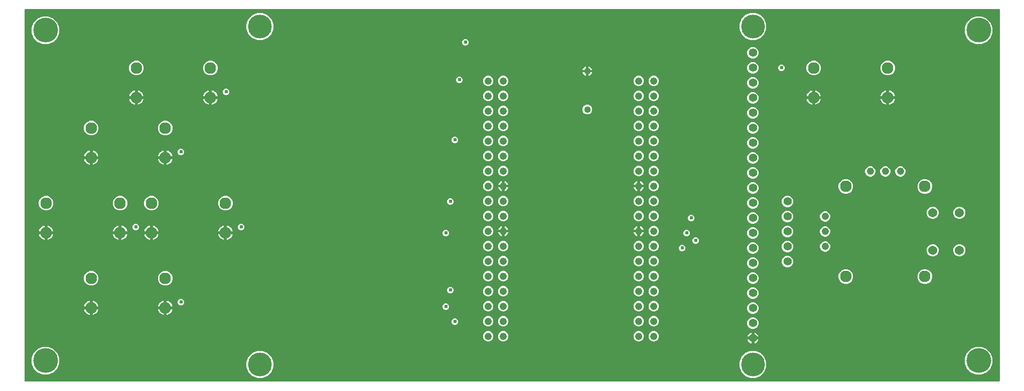
<source format=gbr>
G04 EAGLE Gerber RS-274X export*
G75*
%MOMM*%
%FSLAX34Y34*%
%LPD*%
%INCopper Layer 2*%
%IPPOS*%
%AMOC8*
5,1,8,0,0,1.08239X$1,22.5*%
G01*
%ADD10C,4.191000*%
%ADD11C,1.960000*%
%ADD12C,1.120000*%
%ADD13C,1.244600*%
%ADD14C,1.400000*%
%ADD15C,4.016000*%
%ADD16C,1.422400*%
%ADD17C,1.540000*%
%ADD18C,1.955800*%
%ADD19C,0.609600*%
%ADD20C,0.654800*%

G36*
X1647308Y2556D02*
X1647308Y2556D01*
X1647427Y2563D01*
X1647465Y2576D01*
X1647506Y2581D01*
X1647616Y2624D01*
X1647729Y2661D01*
X1647764Y2683D01*
X1647801Y2698D01*
X1647897Y2767D01*
X1647998Y2831D01*
X1648026Y2861D01*
X1648059Y2884D01*
X1648135Y2976D01*
X1648216Y3063D01*
X1648236Y3098D01*
X1648261Y3129D01*
X1648312Y3237D01*
X1648370Y3341D01*
X1648380Y3381D01*
X1648397Y3417D01*
X1648419Y3534D01*
X1648449Y3649D01*
X1648453Y3709D01*
X1648457Y3729D01*
X1648455Y3750D01*
X1648459Y3810D01*
X1648459Y631190D01*
X1648444Y631308D01*
X1648437Y631427D01*
X1648424Y631465D01*
X1648419Y631506D01*
X1648376Y631616D01*
X1648339Y631729D01*
X1648317Y631764D01*
X1648302Y631801D01*
X1648233Y631897D01*
X1648169Y631998D01*
X1648139Y632026D01*
X1648116Y632059D01*
X1648024Y632135D01*
X1647937Y632216D01*
X1647902Y632236D01*
X1647871Y632261D01*
X1647763Y632312D01*
X1647659Y632370D01*
X1647619Y632380D01*
X1647583Y632397D01*
X1647466Y632419D01*
X1647351Y632449D01*
X1647291Y632453D01*
X1647271Y632457D01*
X1647250Y632455D01*
X1647190Y632459D01*
X3810Y632459D01*
X3692Y632444D01*
X3573Y632437D01*
X3535Y632424D01*
X3494Y632419D01*
X3384Y632376D01*
X3271Y632339D01*
X3236Y632317D01*
X3199Y632302D01*
X3103Y632233D01*
X3002Y632169D01*
X2974Y632139D01*
X2941Y632116D01*
X2865Y632024D01*
X2784Y631937D01*
X2764Y631902D01*
X2739Y631871D01*
X2688Y631763D01*
X2630Y631659D01*
X2620Y631619D01*
X2603Y631583D01*
X2581Y631466D01*
X2551Y631351D01*
X2547Y631291D01*
X2543Y631271D01*
X2545Y631250D01*
X2541Y631190D01*
X2541Y3810D01*
X2556Y3692D01*
X2563Y3573D01*
X2576Y3535D01*
X2581Y3494D01*
X2624Y3384D01*
X2661Y3271D01*
X2683Y3236D01*
X2698Y3199D01*
X2767Y3103D01*
X2831Y3002D01*
X2861Y2974D01*
X2884Y2941D01*
X2976Y2865D01*
X3063Y2784D01*
X3098Y2764D01*
X3129Y2739D01*
X3237Y2688D01*
X3341Y2630D01*
X3381Y2620D01*
X3417Y2603D01*
X3534Y2581D01*
X3649Y2551D01*
X3709Y2547D01*
X3729Y2543D01*
X3750Y2545D01*
X3810Y2541D01*
X1647190Y2541D01*
X1647308Y2556D01*
G37*
%LPC*%
G36*
X1608226Y573404D02*
X1608226Y573404D01*
X1599591Y576981D01*
X1592981Y583591D01*
X1589404Y592226D01*
X1589404Y601574D01*
X1592981Y610209D01*
X1599591Y616819D01*
X1608226Y620396D01*
X1617574Y620396D01*
X1626209Y616819D01*
X1632819Y610209D01*
X1636396Y601574D01*
X1636396Y592226D01*
X1632819Y583591D01*
X1626209Y576981D01*
X1617574Y573404D01*
X1608226Y573404D01*
G37*
%LPD*%
%LPC*%
G36*
X33426Y573404D02*
X33426Y573404D01*
X24791Y576981D01*
X18181Y583591D01*
X14604Y592226D01*
X14604Y601574D01*
X18181Y610209D01*
X24791Y616819D01*
X33426Y620396D01*
X42774Y620396D01*
X51409Y616819D01*
X58019Y610209D01*
X61596Y601574D01*
X61596Y592226D01*
X58019Y583591D01*
X51409Y576981D01*
X42774Y573404D01*
X33426Y573404D01*
G37*
%LPD*%
%LPC*%
G36*
X1608226Y14604D02*
X1608226Y14604D01*
X1599591Y18181D01*
X1592981Y24791D01*
X1589404Y33426D01*
X1589404Y42774D01*
X1592981Y51409D01*
X1599591Y58019D01*
X1608226Y61596D01*
X1617574Y61596D01*
X1626209Y58019D01*
X1632819Y51409D01*
X1636396Y42774D01*
X1636396Y33426D01*
X1632819Y24791D01*
X1626209Y18181D01*
X1617574Y14604D01*
X1608226Y14604D01*
G37*
%LPD*%
%LPC*%
G36*
X33426Y14604D02*
X33426Y14604D01*
X24791Y18181D01*
X18181Y24791D01*
X14604Y33426D01*
X14604Y42774D01*
X18181Y51409D01*
X24791Y58019D01*
X33426Y61596D01*
X42774Y61596D01*
X51409Y58019D01*
X58019Y51409D01*
X61596Y42774D01*
X61596Y33426D01*
X58019Y24791D01*
X51409Y18181D01*
X42774Y14604D01*
X33426Y14604D01*
G37*
%LPD*%
%LPC*%
G36*
X1227400Y580629D02*
X1227400Y580629D01*
X1219086Y584073D01*
X1212723Y590436D01*
X1209279Y598750D01*
X1209279Y607750D01*
X1212723Y616064D01*
X1219086Y622427D01*
X1227400Y625871D01*
X1236400Y625871D01*
X1244714Y622427D01*
X1251077Y616064D01*
X1254521Y607750D01*
X1254521Y598750D01*
X1251077Y590436D01*
X1244714Y584073D01*
X1236400Y580629D01*
X1227400Y580629D01*
G37*
%LPD*%
%LPC*%
G36*
X395550Y580629D02*
X395550Y580629D01*
X387236Y584073D01*
X380873Y590436D01*
X377429Y598750D01*
X377429Y607750D01*
X380873Y616064D01*
X387236Y622427D01*
X395550Y625871D01*
X404550Y625871D01*
X412864Y622427D01*
X419227Y616064D01*
X422671Y607750D01*
X422671Y598750D01*
X419227Y590436D01*
X412864Y584073D01*
X404550Y580629D01*
X395550Y580629D01*
G37*
%LPD*%
%LPC*%
G36*
X1227400Y9129D02*
X1227400Y9129D01*
X1219086Y12573D01*
X1212723Y18936D01*
X1209279Y27250D01*
X1209279Y36250D01*
X1212723Y44564D01*
X1219086Y50927D01*
X1227400Y54371D01*
X1236400Y54371D01*
X1244714Y50927D01*
X1251077Y44564D01*
X1254521Y36250D01*
X1254521Y27250D01*
X1251077Y18936D01*
X1244714Y12573D01*
X1236400Y9129D01*
X1227400Y9129D01*
G37*
%LPD*%
%LPC*%
G36*
X395550Y9129D02*
X395550Y9129D01*
X387236Y12573D01*
X380873Y18936D01*
X377429Y27250D01*
X377429Y36250D01*
X380873Y44564D01*
X387236Y50927D01*
X395550Y54371D01*
X404550Y54371D01*
X412864Y50927D01*
X419227Y44564D01*
X422671Y36250D01*
X422671Y27250D01*
X419227Y18936D01*
X412864Y12573D01*
X404550Y9129D01*
X395550Y9129D01*
G37*
%LPD*%
%LPC*%
G36*
X214445Y292059D02*
X214445Y292059D01*
X209910Y293938D01*
X206438Y297410D01*
X204559Y301945D01*
X204559Y306855D01*
X206438Y311390D01*
X209910Y314862D01*
X214445Y316741D01*
X219355Y316741D01*
X223890Y314862D01*
X227362Y311390D01*
X229241Y306855D01*
X229241Y301945D01*
X227362Y297410D01*
X223890Y293938D01*
X219355Y292059D01*
X214445Y292059D01*
G37*
%LPD*%
%LPC*%
G36*
X1457045Y520659D02*
X1457045Y520659D01*
X1452510Y522538D01*
X1449038Y526010D01*
X1447159Y530545D01*
X1447159Y535455D01*
X1449038Y539990D01*
X1452510Y543462D01*
X1457045Y545341D01*
X1461955Y545341D01*
X1466490Y543462D01*
X1469962Y539990D01*
X1471841Y535455D01*
X1471841Y530545D01*
X1469962Y526010D01*
X1466490Y522538D01*
X1461955Y520659D01*
X1457045Y520659D01*
G37*
%LPD*%
%LPC*%
G36*
X1332045Y520659D02*
X1332045Y520659D01*
X1327510Y522538D01*
X1324038Y526010D01*
X1322159Y530545D01*
X1322159Y535455D01*
X1324038Y539990D01*
X1327510Y543462D01*
X1332045Y545341D01*
X1336955Y545341D01*
X1341490Y543462D01*
X1344962Y539990D01*
X1346841Y535455D01*
X1346841Y530545D01*
X1344962Y526010D01*
X1341490Y522538D01*
X1336955Y520659D01*
X1332045Y520659D01*
G37*
%LPD*%
%LPC*%
G36*
X314045Y520659D02*
X314045Y520659D01*
X309510Y522538D01*
X306038Y526010D01*
X304159Y530545D01*
X304159Y535455D01*
X306038Y539990D01*
X309510Y543462D01*
X314045Y545341D01*
X318955Y545341D01*
X323490Y543462D01*
X326962Y539990D01*
X328841Y535455D01*
X328841Y530545D01*
X326962Y526010D01*
X323490Y522538D01*
X318955Y520659D01*
X314045Y520659D01*
G37*
%LPD*%
%LPC*%
G36*
X189045Y520659D02*
X189045Y520659D01*
X184510Y522538D01*
X181038Y526010D01*
X179159Y530545D01*
X179159Y535455D01*
X181038Y539990D01*
X184510Y543462D01*
X189045Y545341D01*
X193955Y545341D01*
X198490Y543462D01*
X201962Y539990D01*
X203841Y535455D01*
X203841Y530545D01*
X201962Y526010D01*
X198490Y522538D01*
X193955Y520659D01*
X189045Y520659D01*
G37*
%LPD*%
%LPC*%
G36*
X237845Y419059D02*
X237845Y419059D01*
X233310Y420938D01*
X229838Y424410D01*
X227959Y428945D01*
X227959Y433855D01*
X229838Y438390D01*
X233310Y441862D01*
X237845Y443741D01*
X242755Y443741D01*
X247290Y441862D01*
X250762Y438390D01*
X252641Y433855D01*
X252641Y428945D01*
X250762Y424410D01*
X247290Y420938D01*
X242755Y419059D01*
X237845Y419059D01*
G37*
%LPD*%
%LPC*%
G36*
X112845Y419059D02*
X112845Y419059D01*
X108310Y420938D01*
X104838Y424410D01*
X102959Y428945D01*
X102959Y433855D01*
X104838Y438390D01*
X108310Y441862D01*
X112845Y443741D01*
X117755Y443741D01*
X122290Y441862D01*
X125762Y438390D01*
X127641Y433855D01*
X127641Y428945D01*
X125762Y424410D01*
X122290Y420938D01*
X117755Y419059D01*
X112845Y419059D01*
G37*
%LPD*%
%LPC*%
G36*
X161645Y292059D02*
X161645Y292059D01*
X157110Y293938D01*
X153638Y297410D01*
X151759Y301945D01*
X151759Y306855D01*
X153638Y311390D01*
X157110Y314862D01*
X161645Y316741D01*
X166555Y316741D01*
X171090Y314862D01*
X174562Y311390D01*
X176441Y306855D01*
X176441Y301945D01*
X174562Y297410D01*
X171090Y293938D01*
X166555Y292059D01*
X161645Y292059D01*
G37*
%LPD*%
%LPC*%
G36*
X112845Y165059D02*
X112845Y165059D01*
X108310Y166938D01*
X104838Y170410D01*
X102959Y174945D01*
X102959Y179855D01*
X104838Y184390D01*
X108310Y187862D01*
X112845Y189741D01*
X117755Y189741D01*
X122290Y187862D01*
X125762Y184390D01*
X127641Y179855D01*
X127641Y174945D01*
X125762Y170410D01*
X122290Y166938D01*
X117755Y165059D01*
X112845Y165059D01*
G37*
%LPD*%
%LPC*%
G36*
X237845Y165059D02*
X237845Y165059D01*
X233310Y166938D01*
X229838Y170410D01*
X227959Y174945D01*
X227959Y179855D01*
X229838Y184390D01*
X233310Y187862D01*
X237845Y189741D01*
X242755Y189741D01*
X247290Y187862D01*
X250762Y184390D01*
X252641Y179855D01*
X252641Y174945D01*
X250762Y170410D01*
X247290Y166938D01*
X242755Y165059D01*
X237845Y165059D01*
G37*
%LPD*%
%LPC*%
G36*
X339445Y292059D02*
X339445Y292059D01*
X334910Y293938D01*
X331438Y297410D01*
X329559Y301945D01*
X329559Y306855D01*
X331438Y311390D01*
X334910Y314862D01*
X339445Y316741D01*
X344355Y316741D01*
X348890Y314862D01*
X352362Y311390D01*
X354241Y306855D01*
X354241Y301945D01*
X352362Y297410D01*
X348890Y293938D01*
X344355Y292059D01*
X339445Y292059D01*
G37*
%LPD*%
%LPC*%
G36*
X36645Y292059D02*
X36645Y292059D01*
X32110Y293938D01*
X28638Y297410D01*
X26759Y301945D01*
X26759Y306855D01*
X28638Y311390D01*
X32110Y314862D01*
X36645Y316741D01*
X41555Y316741D01*
X46090Y314862D01*
X49562Y311390D01*
X51441Y306855D01*
X51441Y301945D01*
X49562Y297410D01*
X46090Y293938D01*
X41555Y292059D01*
X36645Y292059D01*
G37*
%LPD*%
%LPC*%
G36*
X1519644Y168020D02*
X1519644Y168020D01*
X1515116Y169896D01*
X1511651Y173361D01*
X1509775Y177889D01*
X1509775Y182791D01*
X1511651Y187319D01*
X1515116Y190784D01*
X1519644Y192660D01*
X1524546Y192660D01*
X1529074Y190784D01*
X1532539Y187319D01*
X1534415Y182791D01*
X1534415Y177889D01*
X1532539Y173361D01*
X1529074Y169896D01*
X1524546Y168020D01*
X1519644Y168020D01*
G37*
%LPD*%
%LPC*%
G36*
X1386294Y168020D02*
X1386294Y168020D01*
X1381766Y169896D01*
X1378301Y173361D01*
X1376425Y177889D01*
X1376425Y182791D01*
X1378301Y187319D01*
X1381766Y190784D01*
X1386294Y192660D01*
X1391196Y192660D01*
X1395724Y190784D01*
X1399189Y187319D01*
X1401065Y182791D01*
X1401065Y177889D01*
X1399189Y173361D01*
X1395724Y169896D01*
X1391196Y168020D01*
X1386294Y168020D01*
G37*
%LPD*%
%LPC*%
G36*
X1386294Y320420D02*
X1386294Y320420D01*
X1381766Y322296D01*
X1378301Y325761D01*
X1376425Y330289D01*
X1376425Y335191D01*
X1378301Y339719D01*
X1381766Y343184D01*
X1386294Y345060D01*
X1391196Y345060D01*
X1395724Y343184D01*
X1399189Y339719D01*
X1401065Y335191D01*
X1401065Y330289D01*
X1399189Y325761D01*
X1395724Y322296D01*
X1391196Y320420D01*
X1386294Y320420D01*
G37*
%LPD*%
%LPC*%
G36*
X1519644Y320420D02*
X1519644Y320420D01*
X1515116Y322296D01*
X1511651Y325761D01*
X1509775Y330289D01*
X1509775Y335191D01*
X1511651Y339719D01*
X1515116Y343184D01*
X1519644Y345060D01*
X1524546Y345060D01*
X1529074Y343184D01*
X1532539Y339719D01*
X1534415Y335191D01*
X1534415Y330289D01*
X1532539Y325761D01*
X1529074Y322296D01*
X1524546Y320420D01*
X1519644Y320420D01*
G37*
%LPD*%
%LPC*%
G36*
X1533393Y214549D02*
X1533393Y214549D01*
X1529629Y216108D01*
X1526748Y218989D01*
X1525189Y222753D01*
X1525189Y226827D01*
X1526748Y230591D01*
X1529629Y233472D01*
X1533393Y235031D01*
X1537467Y235031D01*
X1541231Y233472D01*
X1544112Y230591D01*
X1545671Y226827D01*
X1545671Y222753D01*
X1544112Y218989D01*
X1541231Y216108D01*
X1537467Y214549D01*
X1533393Y214549D01*
G37*
%LPD*%
%LPC*%
G36*
X1578393Y214549D02*
X1578393Y214549D01*
X1574629Y216108D01*
X1571748Y218989D01*
X1570189Y222753D01*
X1570189Y226827D01*
X1571748Y230591D01*
X1574629Y233472D01*
X1578393Y235031D01*
X1582467Y235031D01*
X1586231Y233472D01*
X1589112Y230591D01*
X1590671Y226827D01*
X1590671Y222753D01*
X1589112Y218989D01*
X1586231Y216108D01*
X1582467Y214549D01*
X1578393Y214549D01*
G37*
%LPD*%
%LPC*%
G36*
X1533393Y278049D02*
X1533393Y278049D01*
X1529629Y279608D01*
X1526748Y282489D01*
X1525189Y286253D01*
X1525189Y290327D01*
X1526748Y294091D01*
X1529629Y296972D01*
X1533393Y298531D01*
X1537467Y298531D01*
X1541231Y296972D01*
X1544112Y294091D01*
X1545671Y290327D01*
X1545671Y286253D01*
X1544112Y282489D01*
X1541231Y279608D01*
X1537467Y278049D01*
X1533393Y278049D01*
G37*
%LPD*%
%LPC*%
G36*
X1578393Y278049D02*
X1578393Y278049D01*
X1574629Y279608D01*
X1571748Y282489D01*
X1570189Y286253D01*
X1570189Y290327D01*
X1571748Y294091D01*
X1574629Y296972D01*
X1578393Y298531D01*
X1582467Y298531D01*
X1586231Y296972D01*
X1589112Y294091D01*
X1590671Y290327D01*
X1590671Y286253D01*
X1589112Y282489D01*
X1586231Y279608D01*
X1582467Y278049D01*
X1578393Y278049D01*
G37*
%LPD*%
%LPC*%
G36*
X1288400Y272287D02*
X1288400Y272287D01*
X1284852Y273757D01*
X1282137Y276472D01*
X1280667Y280020D01*
X1280667Y283860D01*
X1282137Y287408D01*
X1284852Y290123D01*
X1288400Y291593D01*
X1292240Y291593D01*
X1295788Y290123D01*
X1298503Y287408D01*
X1299973Y283860D01*
X1299973Y280020D01*
X1298503Y276472D01*
X1295788Y273757D01*
X1292240Y272287D01*
X1288400Y272287D01*
G37*
%LPD*%
%LPC*%
G36*
X1288400Y221487D02*
X1288400Y221487D01*
X1284852Y222957D01*
X1282137Y225672D01*
X1280667Y229220D01*
X1280667Y233060D01*
X1282137Y236608D01*
X1284852Y239323D01*
X1288400Y240793D01*
X1292240Y240793D01*
X1295788Y239323D01*
X1298503Y236608D01*
X1299973Y233060D01*
X1299973Y229220D01*
X1298503Y225672D01*
X1295788Y222957D01*
X1292240Y221487D01*
X1288400Y221487D01*
G37*
%LPD*%
%LPC*%
G36*
X1288400Y297687D02*
X1288400Y297687D01*
X1284852Y299157D01*
X1282137Y301872D01*
X1280667Y305420D01*
X1280667Y309260D01*
X1282137Y312808D01*
X1284852Y315523D01*
X1288400Y316993D01*
X1292240Y316993D01*
X1295788Y315523D01*
X1298503Y312808D01*
X1299973Y309260D01*
X1299973Y305420D01*
X1298503Y301872D01*
X1295788Y299157D01*
X1292240Y297687D01*
X1288400Y297687D01*
G37*
%LPD*%
%LPC*%
G36*
X1288400Y246887D02*
X1288400Y246887D01*
X1284852Y248357D01*
X1282137Y251072D01*
X1280667Y254620D01*
X1280667Y258460D01*
X1282137Y262008D01*
X1284852Y264723D01*
X1288400Y266193D01*
X1292240Y266193D01*
X1295788Y264723D01*
X1298503Y262008D01*
X1299973Y258460D01*
X1299973Y254620D01*
X1298503Y251072D01*
X1295788Y248357D01*
X1292240Y246887D01*
X1288400Y246887D01*
G37*
%LPD*%
%LPC*%
G36*
X1288400Y196087D02*
X1288400Y196087D01*
X1284852Y197557D01*
X1282137Y200272D01*
X1280667Y203820D01*
X1280667Y207660D01*
X1282137Y211208D01*
X1284852Y213923D01*
X1288400Y215393D01*
X1292240Y215393D01*
X1295788Y213923D01*
X1298503Y211208D01*
X1299973Y207660D01*
X1299973Y203820D01*
X1298503Y200272D01*
X1295788Y197557D01*
X1292240Y196087D01*
X1288400Y196087D01*
G37*
%LPD*%
%LPC*%
G36*
X1230002Y320659D02*
X1230002Y320659D01*
X1226496Y322112D01*
X1223812Y324796D01*
X1222359Y328302D01*
X1222359Y332098D01*
X1223812Y335604D01*
X1226496Y338288D01*
X1230002Y339741D01*
X1233798Y339741D01*
X1237304Y338288D01*
X1239988Y335604D01*
X1241441Y332098D01*
X1241441Y328302D01*
X1239988Y324796D01*
X1237304Y322112D01*
X1233798Y320659D01*
X1230002Y320659D01*
G37*
%LPD*%
%LPC*%
G36*
X1230002Y269859D02*
X1230002Y269859D01*
X1226496Y271312D01*
X1223812Y273996D01*
X1222359Y277502D01*
X1222359Y281298D01*
X1223812Y284804D01*
X1226496Y287488D01*
X1230002Y288941D01*
X1233798Y288941D01*
X1237304Y287488D01*
X1239988Y284804D01*
X1241441Y281298D01*
X1241441Y277502D01*
X1239988Y273996D01*
X1237304Y271312D01*
X1233798Y269859D01*
X1230002Y269859D01*
G37*
%LPD*%
%LPC*%
G36*
X1230002Y473059D02*
X1230002Y473059D01*
X1226496Y474512D01*
X1223812Y477196D01*
X1222359Y480702D01*
X1222359Y484498D01*
X1223812Y488004D01*
X1226496Y490688D01*
X1230002Y492141D01*
X1233798Y492141D01*
X1237304Y490688D01*
X1239988Y488004D01*
X1241441Y484498D01*
X1241441Y480702D01*
X1239988Y477196D01*
X1237304Y474512D01*
X1233798Y473059D01*
X1230002Y473059D01*
G37*
%LPD*%
%LPC*%
G36*
X1230002Y371459D02*
X1230002Y371459D01*
X1226496Y372912D01*
X1223812Y375596D01*
X1222359Y379102D01*
X1222359Y382898D01*
X1223812Y386404D01*
X1226496Y389088D01*
X1230002Y390541D01*
X1233798Y390541D01*
X1237304Y389088D01*
X1239988Y386404D01*
X1241441Y382898D01*
X1241441Y379102D01*
X1239988Y375596D01*
X1237304Y372912D01*
X1233798Y371459D01*
X1230002Y371459D01*
G37*
%LPD*%
%LPC*%
G36*
X1230002Y422259D02*
X1230002Y422259D01*
X1226496Y423712D01*
X1223812Y426396D01*
X1222359Y429902D01*
X1222359Y433698D01*
X1223812Y437204D01*
X1226496Y439888D01*
X1230002Y441341D01*
X1233798Y441341D01*
X1237304Y439888D01*
X1239988Y437204D01*
X1241441Y433698D01*
X1241441Y429902D01*
X1239988Y426396D01*
X1237304Y423712D01*
X1233798Y422259D01*
X1230002Y422259D01*
G37*
%LPD*%
%LPC*%
G36*
X1230002Y193659D02*
X1230002Y193659D01*
X1226496Y195112D01*
X1223812Y197796D01*
X1222359Y201302D01*
X1222359Y205098D01*
X1223812Y208604D01*
X1226496Y211288D01*
X1230002Y212741D01*
X1233798Y212741D01*
X1237304Y211288D01*
X1239988Y208604D01*
X1241441Y205098D01*
X1241441Y201302D01*
X1239988Y197796D01*
X1237304Y195112D01*
X1233798Y193659D01*
X1230002Y193659D01*
G37*
%LPD*%
%LPC*%
G36*
X1230002Y295259D02*
X1230002Y295259D01*
X1226496Y296712D01*
X1223812Y299396D01*
X1222359Y302902D01*
X1222359Y306698D01*
X1223812Y310204D01*
X1226496Y312888D01*
X1230002Y314341D01*
X1233798Y314341D01*
X1237304Y312888D01*
X1239988Y310204D01*
X1241441Y306698D01*
X1241441Y302902D01*
X1239988Y299396D01*
X1237304Y296712D01*
X1233798Y295259D01*
X1230002Y295259D01*
G37*
%LPD*%
%LPC*%
G36*
X1230002Y498459D02*
X1230002Y498459D01*
X1226496Y499912D01*
X1223812Y502596D01*
X1222359Y506102D01*
X1222359Y509898D01*
X1223812Y513404D01*
X1226496Y516088D01*
X1230002Y517541D01*
X1233798Y517541D01*
X1237304Y516088D01*
X1239988Y513404D01*
X1241441Y509898D01*
X1241441Y506102D01*
X1239988Y502596D01*
X1237304Y499912D01*
X1233798Y498459D01*
X1230002Y498459D01*
G37*
%LPD*%
%LPC*%
G36*
X1230002Y219059D02*
X1230002Y219059D01*
X1226496Y220512D01*
X1223812Y223196D01*
X1222359Y226702D01*
X1222359Y230498D01*
X1223812Y234004D01*
X1226496Y236688D01*
X1230002Y238141D01*
X1233798Y238141D01*
X1237304Y236688D01*
X1239988Y234004D01*
X1241441Y230498D01*
X1241441Y226702D01*
X1239988Y223196D01*
X1237304Y220512D01*
X1233798Y219059D01*
X1230002Y219059D01*
G37*
%LPD*%
%LPC*%
G36*
X1230002Y117459D02*
X1230002Y117459D01*
X1226496Y118912D01*
X1223812Y121596D01*
X1222359Y125102D01*
X1222359Y128898D01*
X1223812Y132404D01*
X1226496Y135088D01*
X1230002Y136541D01*
X1233798Y136541D01*
X1237304Y135088D01*
X1239988Y132404D01*
X1241441Y128898D01*
X1241441Y125102D01*
X1239988Y121596D01*
X1237304Y118912D01*
X1233798Y117459D01*
X1230002Y117459D01*
G37*
%LPD*%
%LPC*%
G36*
X1230002Y549259D02*
X1230002Y549259D01*
X1226496Y550712D01*
X1223812Y553396D01*
X1222359Y556902D01*
X1222359Y560698D01*
X1223812Y564204D01*
X1226496Y566888D01*
X1230002Y568341D01*
X1233798Y568341D01*
X1237304Y566888D01*
X1239988Y564204D01*
X1241441Y560698D01*
X1241441Y556902D01*
X1239988Y553396D01*
X1237304Y550712D01*
X1233798Y549259D01*
X1230002Y549259D01*
G37*
%LPD*%
%LPC*%
G36*
X1230002Y142859D02*
X1230002Y142859D01*
X1226496Y144312D01*
X1223812Y146996D01*
X1222359Y150502D01*
X1222359Y154298D01*
X1223812Y157804D01*
X1226496Y160488D01*
X1230002Y161941D01*
X1233798Y161941D01*
X1237304Y160488D01*
X1239988Y157804D01*
X1241441Y154298D01*
X1241441Y150502D01*
X1239988Y146996D01*
X1237304Y144312D01*
X1233798Y142859D01*
X1230002Y142859D01*
G37*
%LPD*%
%LPC*%
G36*
X1230002Y396859D02*
X1230002Y396859D01*
X1226496Y398312D01*
X1223812Y400996D01*
X1222359Y404502D01*
X1222359Y408298D01*
X1223812Y411804D01*
X1226496Y414488D01*
X1230002Y415941D01*
X1233798Y415941D01*
X1237304Y414488D01*
X1239988Y411804D01*
X1241441Y408298D01*
X1241441Y404502D01*
X1239988Y400996D01*
X1237304Y398312D01*
X1233798Y396859D01*
X1230002Y396859D01*
G37*
%LPD*%
%LPC*%
G36*
X1230002Y168259D02*
X1230002Y168259D01*
X1226496Y169712D01*
X1223812Y172396D01*
X1222359Y175902D01*
X1222359Y179698D01*
X1223812Y183204D01*
X1226496Y185888D01*
X1230002Y187341D01*
X1233798Y187341D01*
X1237304Y185888D01*
X1239988Y183204D01*
X1241441Y179698D01*
X1241441Y175902D01*
X1239988Y172396D01*
X1237304Y169712D01*
X1233798Y168259D01*
X1230002Y168259D01*
G37*
%LPD*%
%LPC*%
G36*
X1230002Y523859D02*
X1230002Y523859D01*
X1226496Y525312D01*
X1223812Y527996D01*
X1222359Y531502D01*
X1222359Y535298D01*
X1223812Y538804D01*
X1226496Y541488D01*
X1230002Y542941D01*
X1233798Y542941D01*
X1237304Y541488D01*
X1239988Y538804D01*
X1241441Y535298D01*
X1241441Y531502D01*
X1239988Y527996D01*
X1237304Y525312D01*
X1233798Y523859D01*
X1230002Y523859D01*
G37*
%LPD*%
%LPC*%
G36*
X1230002Y447659D02*
X1230002Y447659D01*
X1226496Y449112D01*
X1223812Y451796D01*
X1222359Y455302D01*
X1222359Y459098D01*
X1223812Y462604D01*
X1226496Y465288D01*
X1230002Y466741D01*
X1233798Y466741D01*
X1237304Y465288D01*
X1239988Y462604D01*
X1241441Y459098D01*
X1241441Y455302D01*
X1239988Y451796D01*
X1237304Y449112D01*
X1233798Y447659D01*
X1230002Y447659D01*
G37*
%LPD*%
%LPC*%
G36*
X1230002Y346059D02*
X1230002Y346059D01*
X1226496Y347512D01*
X1223812Y350196D01*
X1222359Y353702D01*
X1222359Y357498D01*
X1223812Y361004D01*
X1226496Y363688D01*
X1230002Y365141D01*
X1233798Y365141D01*
X1237304Y363688D01*
X1239988Y361004D01*
X1241441Y357498D01*
X1241441Y353702D01*
X1239988Y350196D01*
X1237304Y347512D01*
X1233798Y346059D01*
X1230002Y346059D01*
G37*
%LPD*%
%LPC*%
G36*
X1230002Y244459D02*
X1230002Y244459D01*
X1226496Y245912D01*
X1223812Y248596D01*
X1222359Y252102D01*
X1222359Y255898D01*
X1223812Y259404D01*
X1226496Y262088D01*
X1230002Y263541D01*
X1233798Y263541D01*
X1237304Y262088D01*
X1239988Y259404D01*
X1241441Y255898D01*
X1241441Y252102D01*
X1239988Y248596D01*
X1237304Y245912D01*
X1233798Y244459D01*
X1230002Y244459D01*
G37*
%LPD*%
%LPC*%
G36*
X1230002Y92059D02*
X1230002Y92059D01*
X1226496Y93512D01*
X1223812Y96196D01*
X1222359Y99702D01*
X1222359Y103498D01*
X1223812Y107004D01*
X1226496Y109688D01*
X1230002Y111141D01*
X1233798Y111141D01*
X1237304Y109688D01*
X1239988Y107004D01*
X1241441Y103498D01*
X1241441Y99702D01*
X1239988Y96196D01*
X1237304Y93512D01*
X1233798Y92059D01*
X1230002Y92059D01*
G37*
%LPD*%
%LPC*%
G36*
X1352077Y222376D02*
X1352077Y222376D01*
X1348856Y223710D01*
X1346390Y226176D01*
X1345056Y229397D01*
X1345056Y232883D01*
X1346390Y236104D01*
X1348856Y238570D01*
X1352077Y239904D01*
X1355563Y239904D01*
X1358784Y238570D01*
X1361250Y236104D01*
X1362584Y232883D01*
X1362584Y229397D01*
X1361250Y226176D01*
X1358784Y223710D01*
X1355563Y222376D01*
X1352077Y222376D01*
G37*
%LPD*%
%LPC*%
G36*
X1062777Y197656D02*
X1062777Y197656D01*
X1059556Y198990D01*
X1057090Y201456D01*
X1055756Y204677D01*
X1055756Y208163D01*
X1057090Y211384D01*
X1059556Y213850D01*
X1062777Y215184D01*
X1066263Y215184D01*
X1069484Y213850D01*
X1071950Y211384D01*
X1073284Y208163D01*
X1073284Y204677D01*
X1071950Y201456D01*
X1069484Y198990D01*
X1066263Y197656D01*
X1062777Y197656D01*
G37*
%LPD*%
%LPC*%
G36*
X1037377Y197656D02*
X1037377Y197656D01*
X1034156Y198990D01*
X1031690Y201456D01*
X1030356Y204677D01*
X1030356Y208163D01*
X1031690Y211384D01*
X1034156Y213850D01*
X1037377Y215184D01*
X1040863Y215184D01*
X1044084Y213850D01*
X1046550Y211384D01*
X1047884Y208163D01*
X1047884Y204677D01*
X1046550Y201456D01*
X1044084Y198990D01*
X1040863Y197656D01*
X1037377Y197656D01*
G37*
%LPD*%
%LPC*%
G36*
X808777Y197656D02*
X808777Y197656D01*
X805556Y198990D01*
X803090Y201456D01*
X801756Y204677D01*
X801756Y208163D01*
X803090Y211384D01*
X805556Y213850D01*
X808777Y215184D01*
X812263Y215184D01*
X815484Y213850D01*
X817950Y211384D01*
X819284Y208163D01*
X819284Y204677D01*
X817950Y201456D01*
X815484Y198990D01*
X812263Y197656D01*
X808777Y197656D01*
G37*
%LPD*%
%LPC*%
G36*
X783377Y197656D02*
X783377Y197656D01*
X780156Y198990D01*
X777690Y201456D01*
X776356Y204677D01*
X776356Y208163D01*
X777690Y211384D01*
X780156Y213850D01*
X783377Y215184D01*
X786863Y215184D01*
X790084Y213850D01*
X792550Y211384D01*
X793884Y208163D01*
X793884Y204677D01*
X792550Y201456D01*
X790084Y198990D01*
X786863Y197656D01*
X783377Y197656D01*
G37*
%LPD*%
%LPC*%
G36*
X1062777Y172256D02*
X1062777Y172256D01*
X1059556Y173590D01*
X1057090Y176056D01*
X1055756Y179277D01*
X1055756Y182763D01*
X1057090Y185984D01*
X1059556Y188450D01*
X1062777Y189784D01*
X1066263Y189784D01*
X1069484Y188450D01*
X1071950Y185984D01*
X1073284Y182763D01*
X1073284Y179277D01*
X1071950Y176056D01*
X1069484Y173590D01*
X1066263Y172256D01*
X1062777Y172256D01*
G37*
%LPD*%
%LPC*%
G36*
X1062777Y502456D02*
X1062777Y502456D01*
X1059556Y503790D01*
X1057090Y506256D01*
X1055756Y509477D01*
X1055756Y512963D01*
X1057090Y516184D01*
X1059556Y518650D01*
X1062777Y519984D01*
X1066263Y519984D01*
X1069484Y518650D01*
X1071950Y516184D01*
X1073284Y512963D01*
X1073284Y509477D01*
X1071950Y506256D01*
X1069484Y503790D01*
X1066263Y502456D01*
X1062777Y502456D01*
G37*
%LPD*%
%LPC*%
G36*
X1037377Y502456D02*
X1037377Y502456D01*
X1034156Y503790D01*
X1031690Y506256D01*
X1030356Y509477D01*
X1030356Y512963D01*
X1031690Y516184D01*
X1034156Y518650D01*
X1037377Y519984D01*
X1040863Y519984D01*
X1044084Y518650D01*
X1046550Y516184D01*
X1047884Y512963D01*
X1047884Y509477D01*
X1046550Y506256D01*
X1044084Y503790D01*
X1040863Y502456D01*
X1037377Y502456D01*
G37*
%LPD*%
%LPC*%
G36*
X808777Y502456D02*
X808777Y502456D01*
X805556Y503790D01*
X803090Y506256D01*
X801756Y509477D01*
X801756Y512963D01*
X803090Y516184D01*
X805556Y518650D01*
X808777Y519984D01*
X812263Y519984D01*
X815484Y518650D01*
X817950Y516184D01*
X819284Y512963D01*
X819284Y509477D01*
X817950Y506256D01*
X815484Y503790D01*
X812263Y502456D01*
X808777Y502456D01*
G37*
%LPD*%
%LPC*%
G36*
X783377Y502456D02*
X783377Y502456D01*
X780156Y503790D01*
X777690Y506256D01*
X776356Y509477D01*
X776356Y512963D01*
X777690Y516184D01*
X780156Y518650D01*
X783377Y519984D01*
X786863Y519984D01*
X790084Y518650D01*
X792550Y516184D01*
X793884Y512963D01*
X793884Y509477D01*
X792550Y506256D01*
X790084Y503790D01*
X786863Y502456D01*
X783377Y502456D01*
G37*
%LPD*%
%LPC*%
G36*
X1037377Y172256D02*
X1037377Y172256D01*
X1034156Y173590D01*
X1031690Y176056D01*
X1030356Y179277D01*
X1030356Y182763D01*
X1031690Y185984D01*
X1034156Y188450D01*
X1037377Y189784D01*
X1040863Y189784D01*
X1044084Y188450D01*
X1046550Y185984D01*
X1047884Y182763D01*
X1047884Y179277D01*
X1046550Y176056D01*
X1044084Y173590D01*
X1040863Y172256D01*
X1037377Y172256D01*
G37*
%LPD*%
%LPC*%
G36*
X808777Y172256D02*
X808777Y172256D01*
X805556Y173590D01*
X803090Y176056D01*
X801756Y179277D01*
X801756Y182763D01*
X803090Y185984D01*
X805556Y188450D01*
X808777Y189784D01*
X812263Y189784D01*
X815484Y188450D01*
X817950Y185984D01*
X819284Y182763D01*
X819284Y179277D01*
X817950Y176056D01*
X815484Y173590D01*
X812263Y172256D01*
X808777Y172256D01*
G37*
%LPD*%
%LPC*%
G36*
X783377Y172256D02*
X783377Y172256D01*
X780156Y173590D01*
X777690Y176056D01*
X776356Y179277D01*
X776356Y182763D01*
X777690Y185984D01*
X780156Y188450D01*
X783377Y189784D01*
X786863Y189784D01*
X790084Y188450D01*
X792550Y185984D01*
X793884Y182763D01*
X793884Y179277D01*
X792550Y176056D01*
X790084Y173590D01*
X786863Y172256D01*
X783377Y172256D01*
G37*
%LPD*%
%LPC*%
G36*
X1062777Y146856D02*
X1062777Y146856D01*
X1059556Y148190D01*
X1057090Y150656D01*
X1055756Y153877D01*
X1055756Y157363D01*
X1057090Y160584D01*
X1059556Y163050D01*
X1062777Y164384D01*
X1066263Y164384D01*
X1069484Y163050D01*
X1071950Y160584D01*
X1073284Y157363D01*
X1073284Y153877D01*
X1071950Y150656D01*
X1069484Y148190D01*
X1066263Y146856D01*
X1062777Y146856D01*
G37*
%LPD*%
%LPC*%
G36*
X1037377Y146856D02*
X1037377Y146856D01*
X1034156Y148190D01*
X1031690Y150656D01*
X1030356Y153877D01*
X1030356Y157363D01*
X1031690Y160584D01*
X1034156Y163050D01*
X1037377Y164384D01*
X1040863Y164384D01*
X1044084Y163050D01*
X1046550Y160584D01*
X1047884Y157363D01*
X1047884Y153877D01*
X1046550Y150656D01*
X1044084Y148190D01*
X1040863Y146856D01*
X1037377Y146856D01*
G37*
%LPD*%
%LPC*%
G36*
X808777Y146856D02*
X808777Y146856D01*
X805556Y148190D01*
X803090Y150656D01*
X801756Y153877D01*
X801756Y157363D01*
X803090Y160584D01*
X805556Y163050D01*
X808777Y164384D01*
X812263Y164384D01*
X815484Y163050D01*
X817950Y160584D01*
X819284Y157363D01*
X819284Y153877D01*
X817950Y150656D01*
X815484Y148190D01*
X812263Y146856D01*
X808777Y146856D01*
G37*
%LPD*%
%LPC*%
G36*
X783377Y426256D02*
X783377Y426256D01*
X780156Y427590D01*
X777690Y430056D01*
X776356Y433277D01*
X776356Y436763D01*
X777690Y439984D01*
X780156Y442450D01*
X783377Y443784D01*
X786863Y443784D01*
X790084Y442450D01*
X792550Y439984D01*
X793884Y436763D01*
X793884Y433277D01*
X792550Y430056D01*
X790084Y427590D01*
X786863Y426256D01*
X783377Y426256D01*
G37*
%LPD*%
%LPC*%
G36*
X783377Y146856D02*
X783377Y146856D01*
X780156Y148190D01*
X777690Y150656D01*
X776356Y153877D01*
X776356Y157363D01*
X777690Y160584D01*
X780156Y163050D01*
X783377Y164384D01*
X786863Y164384D01*
X790084Y163050D01*
X792550Y160584D01*
X793884Y157363D01*
X793884Y153877D01*
X792550Y150656D01*
X790084Y148190D01*
X786863Y146856D01*
X783377Y146856D01*
G37*
%LPD*%
%LPC*%
G36*
X808777Y121456D02*
X808777Y121456D01*
X805556Y122790D01*
X803090Y125256D01*
X801756Y128477D01*
X801756Y131963D01*
X803090Y135184D01*
X805556Y137650D01*
X808777Y138984D01*
X812263Y138984D01*
X815484Y137650D01*
X817950Y135184D01*
X819284Y131963D01*
X819284Y128477D01*
X817950Y125256D01*
X815484Y122790D01*
X812263Y121456D01*
X808777Y121456D01*
G37*
%LPD*%
%LPC*%
G36*
X783377Y121456D02*
X783377Y121456D01*
X780156Y122790D01*
X777690Y125256D01*
X776356Y128477D01*
X776356Y131963D01*
X777690Y135184D01*
X780156Y137650D01*
X783377Y138984D01*
X786863Y138984D01*
X790084Y137650D01*
X792550Y135184D01*
X793884Y131963D01*
X793884Y128477D01*
X792550Y125256D01*
X790084Y122790D01*
X786863Y121456D01*
X783377Y121456D01*
G37*
%LPD*%
%LPC*%
G36*
X1062777Y477056D02*
X1062777Y477056D01*
X1059556Y478390D01*
X1057090Y480856D01*
X1055756Y484077D01*
X1055756Y487563D01*
X1057090Y490784D01*
X1059556Y493250D01*
X1062777Y494584D01*
X1066263Y494584D01*
X1069484Y493250D01*
X1071950Y490784D01*
X1073284Y487563D01*
X1073284Y484077D01*
X1071950Y480856D01*
X1069484Y478390D01*
X1066263Y477056D01*
X1062777Y477056D01*
G37*
%LPD*%
%LPC*%
G36*
X1037377Y477056D02*
X1037377Y477056D01*
X1034156Y478390D01*
X1031690Y480856D01*
X1030356Y484077D01*
X1030356Y487563D01*
X1031690Y490784D01*
X1034156Y493250D01*
X1037377Y494584D01*
X1040863Y494584D01*
X1044084Y493250D01*
X1046550Y490784D01*
X1047884Y487563D01*
X1047884Y484077D01*
X1046550Y480856D01*
X1044084Y478390D01*
X1040863Y477056D01*
X1037377Y477056D01*
G37*
%LPD*%
%LPC*%
G36*
X808777Y477056D02*
X808777Y477056D01*
X805556Y478390D01*
X803090Y480856D01*
X801756Y484077D01*
X801756Y487563D01*
X803090Y490784D01*
X805556Y493250D01*
X808777Y494584D01*
X812263Y494584D01*
X815484Y493250D01*
X817950Y490784D01*
X819284Y487563D01*
X819284Y484077D01*
X817950Y480856D01*
X815484Y478390D01*
X812263Y477056D01*
X808777Y477056D01*
G37*
%LPD*%
%LPC*%
G36*
X783377Y477056D02*
X783377Y477056D01*
X780156Y478390D01*
X777690Y480856D01*
X776356Y484077D01*
X776356Y487563D01*
X777690Y490784D01*
X780156Y493250D01*
X783377Y494584D01*
X786863Y494584D01*
X790084Y493250D01*
X792550Y490784D01*
X793884Y487563D01*
X793884Y484077D01*
X792550Y480856D01*
X790084Y478390D01*
X786863Y477056D01*
X783377Y477056D01*
G37*
%LPD*%
%LPC*%
G36*
X1062777Y121456D02*
X1062777Y121456D01*
X1059556Y122790D01*
X1057090Y125256D01*
X1055756Y128477D01*
X1055756Y131963D01*
X1057090Y135184D01*
X1059556Y137650D01*
X1062777Y138984D01*
X1066263Y138984D01*
X1069484Y137650D01*
X1071950Y135184D01*
X1073284Y131963D01*
X1073284Y128477D01*
X1071950Y125256D01*
X1069484Y122790D01*
X1066263Y121456D01*
X1062777Y121456D01*
G37*
%LPD*%
%LPC*%
G36*
X1037377Y121456D02*
X1037377Y121456D01*
X1034156Y122790D01*
X1031690Y125256D01*
X1030356Y128477D01*
X1030356Y131963D01*
X1031690Y135184D01*
X1034156Y137650D01*
X1037377Y138984D01*
X1040863Y138984D01*
X1044084Y137650D01*
X1046550Y135184D01*
X1047884Y131963D01*
X1047884Y128477D01*
X1046550Y125256D01*
X1044084Y122790D01*
X1040863Y121456D01*
X1037377Y121456D01*
G37*
%LPD*%
%LPC*%
G36*
X1062777Y96056D02*
X1062777Y96056D01*
X1059556Y97390D01*
X1057090Y99856D01*
X1055756Y103077D01*
X1055756Y106563D01*
X1057090Y109784D01*
X1059556Y112250D01*
X1062777Y113584D01*
X1066263Y113584D01*
X1069484Y112250D01*
X1071950Y109784D01*
X1073284Y106563D01*
X1073284Y103077D01*
X1071950Y99856D01*
X1069484Y97390D01*
X1066263Y96056D01*
X1062777Y96056D01*
G37*
%LPD*%
%LPC*%
G36*
X1037377Y96056D02*
X1037377Y96056D01*
X1034156Y97390D01*
X1031690Y99856D01*
X1030356Y103077D01*
X1030356Y106563D01*
X1031690Y109784D01*
X1034156Y112250D01*
X1037377Y113584D01*
X1040863Y113584D01*
X1044084Y112250D01*
X1046550Y109784D01*
X1047884Y106563D01*
X1047884Y103077D01*
X1046550Y99856D01*
X1044084Y97390D01*
X1040863Y96056D01*
X1037377Y96056D01*
G37*
%LPD*%
%LPC*%
G36*
X808777Y96056D02*
X808777Y96056D01*
X805556Y97390D01*
X803090Y99856D01*
X801756Y103077D01*
X801756Y106563D01*
X803090Y109784D01*
X805556Y112250D01*
X808777Y113584D01*
X812263Y113584D01*
X815484Y112250D01*
X817950Y109784D01*
X819284Y106563D01*
X819284Y103077D01*
X817950Y99856D01*
X815484Y97390D01*
X812263Y96056D01*
X808777Y96056D01*
G37*
%LPD*%
%LPC*%
G36*
X783377Y96056D02*
X783377Y96056D01*
X780156Y97390D01*
X777690Y99856D01*
X776356Y103077D01*
X776356Y106563D01*
X777690Y109784D01*
X780156Y112250D01*
X783377Y113584D01*
X786863Y113584D01*
X790084Y112250D01*
X792550Y109784D01*
X793884Y106563D01*
X793884Y103077D01*
X792550Y99856D01*
X790084Y97390D01*
X786863Y96056D01*
X783377Y96056D01*
G37*
%LPD*%
%LPC*%
G36*
X1062777Y70656D02*
X1062777Y70656D01*
X1059556Y71990D01*
X1057090Y74456D01*
X1055756Y77677D01*
X1055756Y81163D01*
X1057090Y84384D01*
X1059556Y86850D01*
X1062777Y88184D01*
X1066263Y88184D01*
X1069484Y86850D01*
X1071950Y84384D01*
X1073284Y81163D01*
X1073284Y77677D01*
X1071950Y74456D01*
X1069484Y71990D01*
X1066263Y70656D01*
X1062777Y70656D01*
G37*
%LPD*%
%LPC*%
G36*
X1037377Y70656D02*
X1037377Y70656D01*
X1034156Y71990D01*
X1031690Y74456D01*
X1030356Y77677D01*
X1030356Y81163D01*
X1031690Y84384D01*
X1034156Y86850D01*
X1037377Y88184D01*
X1040863Y88184D01*
X1044084Y86850D01*
X1046550Y84384D01*
X1047884Y81163D01*
X1047884Y77677D01*
X1046550Y74456D01*
X1044084Y71990D01*
X1040863Y70656D01*
X1037377Y70656D01*
G37*
%LPD*%
%LPC*%
G36*
X808777Y70656D02*
X808777Y70656D01*
X805556Y71990D01*
X803090Y74456D01*
X801756Y77677D01*
X801756Y81163D01*
X803090Y84384D01*
X805556Y86850D01*
X808777Y88184D01*
X812263Y88184D01*
X815484Y86850D01*
X817950Y84384D01*
X819284Y81163D01*
X819284Y77677D01*
X817950Y74456D01*
X815484Y71990D01*
X812263Y70656D01*
X808777Y70656D01*
G37*
%LPD*%
%LPC*%
G36*
X783377Y70656D02*
X783377Y70656D01*
X780156Y71990D01*
X777690Y74456D01*
X776356Y77677D01*
X776356Y81163D01*
X777690Y84384D01*
X780156Y86850D01*
X783377Y88184D01*
X786863Y88184D01*
X790084Y86850D01*
X792550Y84384D01*
X793884Y81163D01*
X793884Y77677D01*
X792550Y74456D01*
X790084Y71990D01*
X786863Y70656D01*
X783377Y70656D01*
G37*
%LPD*%
%LPC*%
G36*
X1062777Y451656D02*
X1062777Y451656D01*
X1059556Y452990D01*
X1057090Y455456D01*
X1055756Y458677D01*
X1055756Y462163D01*
X1057090Y465384D01*
X1059556Y467850D01*
X1062777Y469184D01*
X1066263Y469184D01*
X1069484Y467850D01*
X1071950Y465384D01*
X1073284Y462163D01*
X1073284Y458677D01*
X1071950Y455456D01*
X1069484Y452990D01*
X1066263Y451656D01*
X1062777Y451656D01*
G37*
%LPD*%
%LPC*%
G36*
X1037377Y451656D02*
X1037377Y451656D01*
X1034156Y452990D01*
X1031690Y455456D01*
X1030356Y458677D01*
X1030356Y462163D01*
X1031690Y465384D01*
X1034156Y467850D01*
X1037377Y469184D01*
X1040863Y469184D01*
X1044084Y467850D01*
X1046550Y465384D01*
X1047884Y462163D01*
X1047884Y458677D01*
X1046550Y455456D01*
X1044084Y452990D01*
X1040863Y451656D01*
X1037377Y451656D01*
G37*
%LPD*%
%LPC*%
G36*
X808777Y451656D02*
X808777Y451656D01*
X805556Y452990D01*
X803090Y455456D01*
X801756Y458677D01*
X801756Y462163D01*
X803090Y465384D01*
X805556Y467850D01*
X808777Y469184D01*
X812263Y469184D01*
X815484Y467850D01*
X817950Y465384D01*
X819284Y462163D01*
X819284Y458677D01*
X817950Y455456D01*
X815484Y452990D01*
X812263Y451656D01*
X808777Y451656D01*
G37*
%LPD*%
%LPC*%
G36*
X783377Y451656D02*
X783377Y451656D01*
X780156Y452990D01*
X777690Y455456D01*
X776356Y458677D01*
X776356Y462163D01*
X777690Y465384D01*
X780156Y467850D01*
X783377Y469184D01*
X786863Y469184D01*
X790084Y467850D01*
X792550Y465384D01*
X793884Y462163D01*
X793884Y458677D01*
X792550Y455456D01*
X790084Y452990D01*
X786863Y451656D01*
X783377Y451656D01*
G37*
%LPD*%
%LPC*%
G36*
X808777Y426256D02*
X808777Y426256D01*
X805556Y427590D01*
X803090Y430056D01*
X801756Y433277D01*
X801756Y436763D01*
X803090Y439984D01*
X805556Y442450D01*
X808777Y443784D01*
X812263Y443784D01*
X815484Y442450D01*
X817950Y439984D01*
X819284Y436763D01*
X819284Y433277D01*
X817950Y430056D01*
X815484Y427590D01*
X812263Y426256D01*
X808777Y426256D01*
G37*
%LPD*%
%LPC*%
G36*
X1062777Y426256D02*
X1062777Y426256D01*
X1059556Y427590D01*
X1057090Y430056D01*
X1055756Y433277D01*
X1055756Y436763D01*
X1057090Y439984D01*
X1059556Y442450D01*
X1062777Y443784D01*
X1066263Y443784D01*
X1069484Y442450D01*
X1071950Y439984D01*
X1073284Y436763D01*
X1073284Y433277D01*
X1071950Y430056D01*
X1069484Y427590D01*
X1066263Y426256D01*
X1062777Y426256D01*
G37*
%LPD*%
%LPC*%
G36*
X1037377Y426256D02*
X1037377Y426256D01*
X1034156Y427590D01*
X1031690Y430056D01*
X1030356Y433277D01*
X1030356Y436763D01*
X1031690Y439984D01*
X1034156Y442450D01*
X1037377Y443784D01*
X1040863Y443784D01*
X1044084Y442450D01*
X1046550Y439984D01*
X1047884Y436763D01*
X1047884Y433277D01*
X1046550Y430056D01*
X1044084Y427590D01*
X1040863Y426256D01*
X1037377Y426256D01*
G37*
%LPD*%
%LPC*%
G36*
X1037377Y400856D02*
X1037377Y400856D01*
X1034156Y402190D01*
X1031690Y404656D01*
X1030356Y407877D01*
X1030356Y411363D01*
X1031690Y414584D01*
X1034156Y417050D01*
X1037377Y418384D01*
X1040863Y418384D01*
X1044084Y417050D01*
X1046550Y414584D01*
X1047884Y411363D01*
X1047884Y407877D01*
X1046550Y404656D01*
X1044084Y402190D01*
X1040863Y400856D01*
X1037377Y400856D01*
G37*
%LPD*%
%LPC*%
G36*
X808777Y400856D02*
X808777Y400856D01*
X805556Y402190D01*
X803090Y404656D01*
X801756Y407877D01*
X801756Y411363D01*
X803090Y414584D01*
X805556Y417050D01*
X808777Y418384D01*
X812263Y418384D01*
X815484Y417050D01*
X817950Y414584D01*
X819284Y411363D01*
X819284Y407877D01*
X817950Y404656D01*
X815484Y402190D01*
X812263Y400856D01*
X808777Y400856D01*
G37*
%LPD*%
%LPC*%
G36*
X1062777Y400856D02*
X1062777Y400856D01*
X1059556Y402190D01*
X1057090Y404656D01*
X1055756Y407877D01*
X1055756Y411363D01*
X1057090Y414584D01*
X1059556Y417050D01*
X1062777Y418384D01*
X1066263Y418384D01*
X1069484Y417050D01*
X1071950Y414584D01*
X1073284Y411363D01*
X1073284Y407877D01*
X1071950Y404656D01*
X1069484Y402190D01*
X1066263Y400856D01*
X1062777Y400856D01*
G37*
%LPD*%
%LPC*%
G36*
X783377Y400856D02*
X783377Y400856D01*
X780156Y402190D01*
X777690Y404656D01*
X776356Y407877D01*
X776356Y411363D01*
X777690Y414584D01*
X780156Y417050D01*
X783377Y418384D01*
X786863Y418384D01*
X790084Y417050D01*
X792550Y414584D01*
X793884Y411363D01*
X793884Y407877D01*
X792550Y404656D01*
X790084Y402190D01*
X786863Y400856D01*
X783377Y400856D01*
G37*
%LPD*%
%LPC*%
G36*
X1062777Y375456D02*
X1062777Y375456D01*
X1059556Y376790D01*
X1057090Y379256D01*
X1055756Y382477D01*
X1055756Y385963D01*
X1057090Y389184D01*
X1059556Y391650D01*
X1062777Y392984D01*
X1066263Y392984D01*
X1069484Y391650D01*
X1071950Y389184D01*
X1073284Y385963D01*
X1073284Y382477D01*
X1071950Y379256D01*
X1069484Y376790D01*
X1066263Y375456D01*
X1062777Y375456D01*
G37*
%LPD*%
%LPC*%
G36*
X1037377Y375456D02*
X1037377Y375456D01*
X1034156Y376790D01*
X1031690Y379256D01*
X1030356Y382477D01*
X1030356Y385963D01*
X1031690Y389184D01*
X1034156Y391650D01*
X1037377Y392984D01*
X1040863Y392984D01*
X1044084Y391650D01*
X1046550Y389184D01*
X1047884Y385963D01*
X1047884Y382477D01*
X1046550Y379256D01*
X1044084Y376790D01*
X1040863Y375456D01*
X1037377Y375456D01*
G37*
%LPD*%
%LPC*%
G36*
X808777Y375456D02*
X808777Y375456D01*
X805556Y376790D01*
X803090Y379256D01*
X801756Y382477D01*
X801756Y385963D01*
X803090Y389184D01*
X805556Y391650D01*
X808777Y392984D01*
X812263Y392984D01*
X815484Y391650D01*
X817950Y389184D01*
X819284Y385963D01*
X819284Y382477D01*
X817950Y379256D01*
X815484Y376790D01*
X812263Y375456D01*
X808777Y375456D01*
G37*
%LPD*%
%LPC*%
G36*
X783377Y375456D02*
X783377Y375456D01*
X780156Y376790D01*
X777690Y379256D01*
X776356Y382477D01*
X776356Y385963D01*
X777690Y389184D01*
X780156Y391650D01*
X783377Y392984D01*
X786863Y392984D01*
X790084Y391650D01*
X792550Y389184D01*
X793884Y385963D01*
X793884Y382477D01*
X792550Y379256D01*
X790084Y376790D01*
X786863Y375456D01*
X783377Y375456D01*
G37*
%LPD*%
%LPC*%
G36*
X808777Y350056D02*
X808777Y350056D01*
X805556Y351390D01*
X803090Y353856D01*
X801756Y357077D01*
X801756Y360563D01*
X803090Y363784D01*
X805556Y366250D01*
X808777Y367584D01*
X812263Y367584D01*
X815484Y366250D01*
X817950Y363784D01*
X819284Y360563D01*
X819284Y357077D01*
X817950Y353856D01*
X815484Y351390D01*
X812263Y350056D01*
X808777Y350056D01*
G37*
%LPD*%
%LPC*%
G36*
X783377Y350056D02*
X783377Y350056D01*
X780156Y351390D01*
X777690Y353856D01*
X776356Y357077D01*
X776356Y360563D01*
X777690Y363784D01*
X780156Y366250D01*
X783377Y367584D01*
X786863Y367584D01*
X790084Y366250D01*
X792550Y363784D01*
X793884Y360563D01*
X793884Y357077D01*
X792550Y353856D01*
X790084Y351390D01*
X786863Y350056D01*
X783377Y350056D01*
G37*
%LPD*%
%LPC*%
G36*
X1062777Y350056D02*
X1062777Y350056D01*
X1059556Y351390D01*
X1057090Y353856D01*
X1055756Y357077D01*
X1055756Y360563D01*
X1057090Y363784D01*
X1059556Y366250D01*
X1062777Y367584D01*
X1066263Y367584D01*
X1069484Y366250D01*
X1071950Y363784D01*
X1073284Y360563D01*
X1073284Y357077D01*
X1071950Y353856D01*
X1069484Y351390D01*
X1066263Y350056D01*
X1062777Y350056D01*
G37*
%LPD*%
%LPC*%
G36*
X1037377Y350056D02*
X1037377Y350056D01*
X1034156Y351390D01*
X1031690Y353856D01*
X1030356Y357077D01*
X1030356Y360563D01*
X1031690Y363784D01*
X1034156Y366250D01*
X1037377Y367584D01*
X1040863Y367584D01*
X1044084Y366250D01*
X1046550Y363784D01*
X1047884Y360563D01*
X1047884Y357077D01*
X1046550Y353856D01*
X1044084Y351390D01*
X1040863Y350056D01*
X1037377Y350056D01*
G37*
%LPD*%
%LPC*%
G36*
X1479077Y349376D02*
X1479077Y349376D01*
X1475856Y350710D01*
X1473390Y353176D01*
X1472056Y356397D01*
X1472056Y359883D01*
X1473390Y363104D01*
X1475856Y365570D01*
X1479077Y366904D01*
X1482563Y366904D01*
X1485784Y365570D01*
X1488250Y363104D01*
X1489584Y359883D01*
X1489584Y356397D01*
X1488250Y353176D01*
X1485784Y350710D01*
X1482563Y349376D01*
X1479077Y349376D01*
G37*
%LPD*%
%LPC*%
G36*
X1453677Y349376D02*
X1453677Y349376D01*
X1450456Y350710D01*
X1447990Y353176D01*
X1446656Y356397D01*
X1446656Y359883D01*
X1447990Y363104D01*
X1450456Y365570D01*
X1453677Y366904D01*
X1457163Y366904D01*
X1460384Y365570D01*
X1462850Y363104D01*
X1464184Y359883D01*
X1464184Y356397D01*
X1462850Y353176D01*
X1460384Y350710D01*
X1457163Y349376D01*
X1453677Y349376D01*
G37*
%LPD*%
%LPC*%
G36*
X1428277Y349376D02*
X1428277Y349376D01*
X1425056Y350710D01*
X1422590Y353176D01*
X1421256Y356397D01*
X1421256Y359883D01*
X1422590Y363104D01*
X1425056Y365570D01*
X1428277Y366904D01*
X1431763Y366904D01*
X1434984Y365570D01*
X1437450Y363104D01*
X1438784Y359883D01*
X1438784Y356397D01*
X1437450Y353176D01*
X1434984Y350710D01*
X1431763Y349376D01*
X1428277Y349376D01*
G37*
%LPD*%
%LPC*%
G36*
X1062777Y324656D02*
X1062777Y324656D01*
X1059556Y325990D01*
X1057090Y328456D01*
X1055756Y331677D01*
X1055756Y335163D01*
X1057090Y338384D01*
X1059556Y340850D01*
X1062777Y342184D01*
X1066263Y342184D01*
X1069484Y340850D01*
X1071950Y338384D01*
X1073284Y335163D01*
X1073284Y331677D01*
X1071950Y328456D01*
X1069484Y325990D01*
X1066263Y324656D01*
X1062777Y324656D01*
G37*
%LPD*%
%LPC*%
G36*
X783377Y324656D02*
X783377Y324656D01*
X780156Y325990D01*
X777690Y328456D01*
X776356Y331677D01*
X776356Y335163D01*
X777690Y338384D01*
X780156Y340850D01*
X783377Y342184D01*
X786863Y342184D01*
X790084Y340850D01*
X792550Y338384D01*
X793884Y335163D01*
X793884Y331677D01*
X792550Y328456D01*
X790084Y325990D01*
X786863Y324656D01*
X783377Y324656D01*
G37*
%LPD*%
%LPC*%
G36*
X1062777Y299256D02*
X1062777Y299256D01*
X1059556Y300590D01*
X1057090Y303056D01*
X1055756Y306277D01*
X1055756Y309763D01*
X1057090Y312984D01*
X1059556Y315450D01*
X1062777Y316784D01*
X1066263Y316784D01*
X1069484Y315450D01*
X1071950Y312984D01*
X1073284Y309763D01*
X1073284Y306277D01*
X1071950Y303056D01*
X1069484Y300590D01*
X1066263Y299256D01*
X1062777Y299256D01*
G37*
%LPD*%
%LPC*%
G36*
X1037377Y299256D02*
X1037377Y299256D01*
X1034156Y300590D01*
X1031690Y303056D01*
X1030356Y306277D01*
X1030356Y309763D01*
X1031690Y312984D01*
X1034156Y315450D01*
X1037377Y316784D01*
X1040863Y316784D01*
X1044084Y315450D01*
X1046550Y312984D01*
X1047884Y309763D01*
X1047884Y306277D01*
X1046550Y303056D01*
X1044084Y300590D01*
X1040863Y299256D01*
X1037377Y299256D01*
G37*
%LPD*%
%LPC*%
G36*
X808777Y299256D02*
X808777Y299256D01*
X805556Y300590D01*
X803090Y303056D01*
X801756Y306277D01*
X801756Y309763D01*
X803090Y312984D01*
X805556Y315450D01*
X808777Y316784D01*
X812263Y316784D01*
X815484Y315450D01*
X817950Y312984D01*
X819284Y309763D01*
X819284Y306277D01*
X817950Y303056D01*
X815484Y300590D01*
X812263Y299256D01*
X808777Y299256D01*
G37*
%LPD*%
%LPC*%
G36*
X783377Y299256D02*
X783377Y299256D01*
X780156Y300590D01*
X777690Y303056D01*
X776356Y306277D01*
X776356Y309763D01*
X777690Y312984D01*
X780156Y315450D01*
X783377Y316784D01*
X786863Y316784D01*
X790084Y315450D01*
X792550Y312984D01*
X793884Y309763D01*
X793884Y306277D01*
X792550Y303056D01*
X790084Y300590D01*
X786863Y299256D01*
X783377Y299256D01*
G37*
%LPD*%
%LPC*%
G36*
X1352077Y247776D02*
X1352077Y247776D01*
X1348856Y249110D01*
X1346390Y251576D01*
X1345056Y254797D01*
X1345056Y258283D01*
X1346390Y261504D01*
X1348856Y263970D01*
X1352077Y265304D01*
X1355563Y265304D01*
X1358784Y263970D01*
X1361250Y261504D01*
X1362584Y258283D01*
X1362584Y254797D01*
X1361250Y251576D01*
X1358784Y249110D01*
X1355563Y247776D01*
X1352077Y247776D01*
G37*
%LPD*%
%LPC*%
G36*
X1037377Y273856D02*
X1037377Y273856D01*
X1034156Y275190D01*
X1031690Y277656D01*
X1030356Y280877D01*
X1030356Y284363D01*
X1031690Y287584D01*
X1034156Y290050D01*
X1037377Y291384D01*
X1040863Y291384D01*
X1044084Y290050D01*
X1046550Y287584D01*
X1047884Y284363D01*
X1047884Y280877D01*
X1046550Y277656D01*
X1044084Y275190D01*
X1040863Y273856D01*
X1037377Y273856D01*
G37*
%LPD*%
%LPC*%
G36*
X808777Y273856D02*
X808777Y273856D01*
X805556Y275190D01*
X803090Y277656D01*
X801756Y280877D01*
X801756Y284363D01*
X803090Y287584D01*
X805556Y290050D01*
X808777Y291384D01*
X812263Y291384D01*
X815484Y290050D01*
X817950Y287584D01*
X819284Y284363D01*
X819284Y280877D01*
X817950Y277656D01*
X815484Y275190D01*
X812263Y273856D01*
X808777Y273856D01*
G37*
%LPD*%
%LPC*%
G36*
X1062777Y273856D02*
X1062777Y273856D01*
X1059556Y275190D01*
X1057090Y277656D01*
X1055756Y280877D01*
X1055756Y284363D01*
X1057090Y287584D01*
X1059556Y290050D01*
X1062777Y291384D01*
X1066263Y291384D01*
X1069484Y290050D01*
X1071950Y287584D01*
X1073284Y284363D01*
X1073284Y280877D01*
X1071950Y277656D01*
X1069484Y275190D01*
X1066263Y273856D01*
X1062777Y273856D01*
G37*
%LPD*%
%LPC*%
G36*
X783377Y273856D02*
X783377Y273856D01*
X780156Y275190D01*
X777690Y277656D01*
X776356Y280877D01*
X776356Y284363D01*
X777690Y287584D01*
X780156Y290050D01*
X783377Y291384D01*
X786863Y291384D01*
X790084Y290050D01*
X792550Y287584D01*
X793884Y284363D01*
X793884Y280877D01*
X792550Y277656D01*
X790084Y275190D01*
X786863Y273856D01*
X783377Y273856D01*
G37*
%LPD*%
%LPC*%
G36*
X1352077Y273176D02*
X1352077Y273176D01*
X1348856Y274510D01*
X1346390Y276976D01*
X1345056Y280197D01*
X1345056Y283683D01*
X1346390Y286904D01*
X1348856Y289370D01*
X1352077Y290704D01*
X1355563Y290704D01*
X1358784Y289370D01*
X1361250Y286904D01*
X1362584Y283683D01*
X1362584Y280197D01*
X1361250Y276976D01*
X1358784Y274510D01*
X1355563Y273176D01*
X1352077Y273176D01*
G37*
%LPD*%
%LPC*%
G36*
X1062777Y248456D02*
X1062777Y248456D01*
X1059556Y249790D01*
X1057090Y252256D01*
X1055756Y255477D01*
X1055756Y258963D01*
X1057090Y262184D01*
X1059556Y264650D01*
X1062777Y265984D01*
X1066263Y265984D01*
X1069484Y264650D01*
X1071950Y262184D01*
X1073284Y258963D01*
X1073284Y255477D01*
X1071950Y252256D01*
X1069484Y249790D01*
X1066263Y248456D01*
X1062777Y248456D01*
G37*
%LPD*%
%LPC*%
G36*
X783377Y248456D02*
X783377Y248456D01*
X780156Y249790D01*
X777690Y252256D01*
X776356Y255477D01*
X776356Y258963D01*
X777690Y262184D01*
X780156Y264650D01*
X783377Y265984D01*
X786863Y265984D01*
X790084Y264650D01*
X792550Y262184D01*
X793884Y258963D01*
X793884Y255477D01*
X792550Y252256D01*
X790084Y249790D01*
X786863Y248456D01*
X783377Y248456D01*
G37*
%LPD*%
%LPC*%
G36*
X1062777Y223056D02*
X1062777Y223056D01*
X1059556Y224390D01*
X1057090Y226856D01*
X1055756Y230077D01*
X1055756Y233563D01*
X1057090Y236784D01*
X1059556Y239250D01*
X1062777Y240584D01*
X1066263Y240584D01*
X1069484Y239250D01*
X1071950Y236784D01*
X1073284Y233563D01*
X1073284Y230077D01*
X1071950Y226856D01*
X1069484Y224390D01*
X1066263Y223056D01*
X1062777Y223056D01*
G37*
%LPD*%
%LPC*%
G36*
X1037377Y223056D02*
X1037377Y223056D01*
X1034156Y224390D01*
X1031690Y226856D01*
X1030356Y230077D01*
X1030356Y233563D01*
X1031690Y236784D01*
X1034156Y239250D01*
X1037377Y240584D01*
X1040863Y240584D01*
X1044084Y239250D01*
X1046550Y236784D01*
X1047884Y233563D01*
X1047884Y230077D01*
X1046550Y226856D01*
X1044084Y224390D01*
X1040863Y223056D01*
X1037377Y223056D01*
G37*
%LPD*%
%LPC*%
G36*
X808777Y223056D02*
X808777Y223056D01*
X805556Y224390D01*
X803090Y226856D01*
X801756Y230077D01*
X801756Y233563D01*
X803090Y236784D01*
X805556Y239250D01*
X808777Y240584D01*
X812263Y240584D01*
X815484Y239250D01*
X817950Y236784D01*
X819284Y233563D01*
X819284Y230077D01*
X817950Y226856D01*
X815484Y224390D01*
X812263Y223056D01*
X808777Y223056D01*
G37*
%LPD*%
%LPC*%
G36*
X783377Y223056D02*
X783377Y223056D01*
X780156Y224390D01*
X777690Y226856D01*
X776356Y230077D01*
X776356Y233563D01*
X777690Y236784D01*
X780156Y239250D01*
X783377Y240584D01*
X786863Y240584D01*
X790084Y239250D01*
X792550Y236784D01*
X793884Y233563D01*
X793884Y230077D01*
X792550Y226856D01*
X790084Y224390D01*
X786863Y223056D01*
X783377Y223056D01*
G37*
%LPD*%
%LPC*%
G36*
X950881Y454659D02*
X950881Y454659D01*
X947889Y455899D01*
X945599Y458189D01*
X944359Y461181D01*
X944359Y464419D01*
X945599Y467411D01*
X947889Y469701D01*
X950881Y470941D01*
X954119Y470941D01*
X957111Y469701D01*
X959401Y467411D01*
X960641Y464419D01*
X960641Y461181D01*
X959401Y458189D01*
X957111Y455899D01*
X954119Y454659D01*
X950881Y454659D01*
G37*
%LPD*%
%LPC*%
G36*
X745648Y570991D02*
X745648Y570991D01*
X743594Y571842D01*
X742022Y573414D01*
X741171Y575468D01*
X741171Y577692D01*
X742022Y579746D01*
X743594Y581318D01*
X745648Y582169D01*
X747872Y582169D01*
X749926Y581318D01*
X751498Y579746D01*
X752349Y577692D01*
X752349Y575468D01*
X751498Y573414D01*
X749926Y571842D01*
X747872Y570991D01*
X745648Y570991D01*
G37*
%LPD*%
%LPC*%
G36*
X1279048Y527811D02*
X1279048Y527811D01*
X1276994Y528662D01*
X1275422Y530234D01*
X1274571Y532288D01*
X1274571Y534512D01*
X1275422Y536566D01*
X1276994Y538138D01*
X1279048Y538989D01*
X1281272Y538989D01*
X1283326Y538138D01*
X1284898Y536566D01*
X1285749Y534512D01*
X1285749Y532288D01*
X1284898Y530234D01*
X1283326Y528662D01*
X1281272Y527811D01*
X1279048Y527811D01*
G37*
%LPD*%
%LPC*%
G36*
X1119028Y248411D02*
X1119028Y248411D01*
X1116974Y249262D01*
X1115402Y250834D01*
X1114551Y252888D01*
X1114551Y255112D01*
X1115402Y257166D01*
X1116974Y258738D01*
X1119028Y259589D01*
X1121252Y259589D01*
X1123306Y258738D01*
X1124878Y257166D01*
X1125729Y255112D01*
X1125729Y252888D01*
X1124878Y250834D01*
X1123306Y249262D01*
X1121252Y248411D01*
X1119028Y248411D01*
G37*
%LPD*%
%LPC*%
G36*
X712628Y123951D02*
X712628Y123951D01*
X710574Y124802D01*
X709002Y126374D01*
X708151Y128428D01*
X708151Y130652D01*
X709002Y132706D01*
X710574Y134278D01*
X712628Y135129D01*
X714852Y135129D01*
X716906Y134278D01*
X718478Y132706D01*
X719329Y130652D01*
X719329Y128428D01*
X718478Y126374D01*
X716906Y124802D01*
X714852Y123951D01*
X712628Y123951D01*
G37*
%LPD*%
%LPC*%
G36*
X1126648Y273811D02*
X1126648Y273811D01*
X1124594Y274662D01*
X1123022Y276234D01*
X1122171Y278288D01*
X1122171Y280512D01*
X1123022Y282566D01*
X1124594Y284138D01*
X1126648Y284989D01*
X1128872Y284989D01*
X1130926Y284138D01*
X1132498Y282566D01*
X1133349Y280512D01*
X1133349Y278288D01*
X1132498Y276234D01*
X1130926Y274662D01*
X1128872Y273811D01*
X1126648Y273811D01*
G37*
%LPD*%
%LPC*%
G36*
X735488Y507491D02*
X735488Y507491D01*
X733434Y508342D01*
X731862Y509914D01*
X731011Y511968D01*
X731011Y514192D01*
X731862Y516246D01*
X733434Y517818D01*
X735488Y518669D01*
X737712Y518669D01*
X739766Y517818D01*
X741338Y516246D01*
X742189Y514192D01*
X742189Y511968D01*
X741338Y509914D01*
X739766Y508342D01*
X737712Y507491D01*
X735488Y507491D01*
G37*
%LPD*%
%LPC*%
G36*
X341788Y487171D02*
X341788Y487171D01*
X339734Y488022D01*
X338162Y489594D01*
X337311Y491648D01*
X337311Y493872D01*
X338162Y495926D01*
X339734Y497498D01*
X341788Y498349D01*
X344012Y498349D01*
X346066Y497498D01*
X347638Y495926D01*
X348489Y493872D01*
X348489Y491648D01*
X347638Y489594D01*
X346066Y488022D01*
X344012Y487171D01*
X341788Y487171D01*
G37*
%LPD*%
%LPC*%
G36*
X367188Y258571D02*
X367188Y258571D01*
X365134Y259422D01*
X363562Y260994D01*
X362711Y263048D01*
X362711Y265272D01*
X363562Y267326D01*
X365134Y268898D01*
X367188Y269749D01*
X369412Y269749D01*
X371466Y268898D01*
X373038Y267326D01*
X373889Y265272D01*
X373889Y263048D01*
X373038Y260994D01*
X371466Y259422D01*
X369412Y258571D01*
X367188Y258571D01*
G37*
%LPD*%
%LPC*%
G36*
X189388Y258571D02*
X189388Y258571D01*
X187334Y259422D01*
X185762Y260994D01*
X184911Y263048D01*
X184911Y265272D01*
X185762Y267326D01*
X187334Y268898D01*
X189388Y269749D01*
X191612Y269749D01*
X193666Y268898D01*
X195238Y267326D01*
X196089Y265272D01*
X196089Y263048D01*
X195238Y260994D01*
X193666Y259422D01*
X191612Y258571D01*
X189388Y258571D01*
G37*
%LPD*%
%LPC*%
G36*
X727868Y405891D02*
X727868Y405891D01*
X725814Y406742D01*
X724242Y408314D01*
X723391Y410368D01*
X723391Y412592D01*
X724242Y414646D01*
X725814Y416218D01*
X727868Y417069D01*
X730092Y417069D01*
X732146Y416218D01*
X733718Y414646D01*
X734569Y412592D01*
X734569Y410368D01*
X733718Y408314D01*
X732146Y406742D01*
X730092Y405891D01*
X727868Y405891D01*
G37*
%LPD*%
%LPC*%
G36*
X720248Y301751D02*
X720248Y301751D01*
X718194Y302602D01*
X716622Y304174D01*
X715771Y306228D01*
X715771Y308452D01*
X716622Y310506D01*
X718194Y312078D01*
X720248Y312929D01*
X722472Y312929D01*
X724526Y312078D01*
X726098Y310506D01*
X726949Y308452D01*
X726949Y306228D01*
X726098Y304174D01*
X724526Y302602D01*
X722472Y301751D01*
X720248Y301751D01*
G37*
%LPD*%
%LPC*%
G36*
X727868Y98551D02*
X727868Y98551D01*
X725814Y99402D01*
X724242Y100974D01*
X723391Y103028D01*
X723391Y105252D01*
X724242Y107306D01*
X725814Y108878D01*
X727868Y109729D01*
X730092Y109729D01*
X732146Y108878D01*
X733718Y107306D01*
X734569Y105252D01*
X734569Y103028D01*
X733718Y100974D01*
X732146Y99402D01*
X730092Y98551D01*
X727868Y98551D01*
G37*
%LPD*%
%LPC*%
G36*
X265588Y131571D02*
X265588Y131571D01*
X263534Y132422D01*
X261962Y133994D01*
X261111Y136048D01*
X261111Y138272D01*
X261962Y140326D01*
X263534Y141898D01*
X265588Y142749D01*
X267812Y142749D01*
X269866Y141898D01*
X271438Y140326D01*
X272289Y138272D01*
X272289Y136048D01*
X271438Y133994D01*
X269866Y132422D01*
X267812Y131571D01*
X265588Y131571D01*
G37*
%LPD*%
%LPC*%
G36*
X265588Y385571D02*
X265588Y385571D01*
X263534Y386422D01*
X261962Y387994D01*
X261111Y390048D01*
X261111Y392272D01*
X261962Y394326D01*
X263534Y395898D01*
X265588Y396749D01*
X267812Y396749D01*
X269866Y395898D01*
X271438Y394326D01*
X272289Y392272D01*
X272289Y390048D01*
X271438Y387994D01*
X269866Y386422D01*
X267812Y385571D01*
X265588Y385571D01*
G37*
%LPD*%
%LPC*%
G36*
X720248Y151891D02*
X720248Y151891D01*
X718194Y152742D01*
X716622Y154314D01*
X715771Y156368D01*
X715771Y158592D01*
X716622Y160646D01*
X718194Y162218D01*
X720248Y163069D01*
X722472Y163069D01*
X724526Y162218D01*
X726098Y160646D01*
X726949Y158592D01*
X726949Y156368D01*
X726098Y154314D01*
X724526Y152742D01*
X722472Y151891D01*
X720248Y151891D01*
G37*
%LPD*%
%LPC*%
G36*
X1111408Y223011D02*
X1111408Y223011D01*
X1109354Y223862D01*
X1107782Y225434D01*
X1106931Y227488D01*
X1106931Y229712D01*
X1107782Y231766D01*
X1109354Y233338D01*
X1111408Y234189D01*
X1113632Y234189D01*
X1115686Y233338D01*
X1117258Y231766D01*
X1118109Y229712D01*
X1118109Y227488D01*
X1117258Y225434D01*
X1115686Y223862D01*
X1113632Y223011D01*
X1111408Y223011D01*
G37*
%LPD*%
%LPC*%
G36*
X712628Y248411D02*
X712628Y248411D01*
X710574Y249262D01*
X709002Y250834D01*
X708151Y252888D01*
X708151Y255112D01*
X709002Y257166D01*
X710574Y258738D01*
X712628Y259589D01*
X714852Y259589D01*
X716906Y258738D01*
X718478Y257166D01*
X719329Y255112D01*
X719329Y252888D01*
X718478Y250834D01*
X716906Y249262D01*
X714852Y248411D01*
X712628Y248411D01*
G37*
%LPD*%
%LPC*%
G36*
X1134268Y235711D02*
X1134268Y235711D01*
X1132214Y236562D01*
X1130642Y238134D01*
X1129791Y240188D01*
X1129791Y242412D01*
X1130642Y244466D01*
X1132214Y246038D01*
X1134268Y246889D01*
X1136492Y246889D01*
X1138546Y246038D01*
X1140118Y244466D01*
X1140969Y242412D01*
X1140969Y240188D01*
X1140118Y238134D01*
X1138546Y236562D01*
X1136492Y235711D01*
X1134268Y235711D01*
G37*
%LPD*%
%LPC*%
G36*
X242839Y383939D02*
X242839Y383939D01*
X242839Y393492D01*
X243190Y393437D01*
X245037Y392837D01*
X246768Y391955D01*
X247842Y391174D01*
X248339Y390813D01*
X249713Y389439D01*
X250855Y387868D01*
X251737Y386137D01*
X252337Y384290D01*
X252392Y383939D01*
X242839Y383939D01*
G37*
%LPD*%
%LPC*%
G36*
X117839Y383939D02*
X117839Y383939D01*
X117839Y393492D01*
X118190Y393437D01*
X120037Y392837D01*
X121768Y391955D01*
X122842Y391174D01*
X123339Y390813D01*
X124713Y389439D01*
X125855Y387868D01*
X126737Y386137D01*
X127337Y384290D01*
X127392Y383939D01*
X117839Y383939D01*
G37*
%LPD*%
%LPC*%
G36*
X242839Y129939D02*
X242839Y129939D01*
X242839Y139492D01*
X243190Y139437D01*
X245037Y138837D01*
X246768Y137955D01*
X248339Y136813D01*
X249713Y135439D01*
X250855Y133868D01*
X251737Y132137D01*
X252337Y130290D01*
X252392Y129939D01*
X242839Y129939D01*
G37*
%LPD*%
%LPC*%
G36*
X1337039Y485539D02*
X1337039Y485539D01*
X1337039Y495092D01*
X1337390Y495037D01*
X1339237Y494437D01*
X1340968Y493555D01*
X1342539Y492413D01*
X1343913Y491039D01*
X1345055Y489468D01*
X1345937Y487737D01*
X1346537Y485890D01*
X1346592Y485539D01*
X1337039Y485539D01*
G37*
%LPD*%
%LPC*%
G36*
X166639Y256939D02*
X166639Y256939D01*
X166639Y266492D01*
X166990Y266437D01*
X168837Y265837D01*
X170568Y264955D01*
X172139Y263813D01*
X173513Y262439D01*
X174655Y260868D01*
X175537Y259137D01*
X176137Y257290D01*
X176192Y256939D01*
X166639Y256939D01*
G37*
%LPD*%
%LPC*%
G36*
X41639Y256939D02*
X41639Y256939D01*
X41639Y266492D01*
X41990Y266437D01*
X43837Y265837D01*
X45568Y264955D01*
X47139Y263813D01*
X48513Y262439D01*
X49655Y260868D01*
X50537Y259137D01*
X51137Y257290D01*
X51192Y256939D01*
X41639Y256939D01*
G37*
%LPD*%
%LPC*%
G36*
X1462039Y485539D02*
X1462039Y485539D01*
X1462039Y495092D01*
X1462390Y495037D01*
X1464237Y494437D01*
X1465968Y493555D01*
X1467539Y492413D01*
X1468913Y491039D01*
X1470055Y489468D01*
X1470937Y487737D01*
X1471537Y485890D01*
X1471592Y485539D01*
X1462039Y485539D01*
G37*
%LPD*%
%LPC*%
G36*
X219439Y256939D02*
X219439Y256939D01*
X219439Y266492D01*
X219790Y266437D01*
X221637Y265837D01*
X223368Y264955D01*
X224939Y263813D01*
X226313Y262439D01*
X227455Y260868D01*
X228337Y259137D01*
X228937Y257290D01*
X228992Y256939D01*
X219439Y256939D01*
G37*
%LPD*%
%LPC*%
G36*
X319039Y485539D02*
X319039Y485539D01*
X319039Y495092D01*
X319390Y495037D01*
X321237Y494437D01*
X322968Y493555D01*
X324539Y492413D01*
X325913Y491039D01*
X327055Y489468D01*
X327937Y487737D01*
X328537Y485890D01*
X328592Y485539D01*
X319039Y485539D01*
G37*
%LPD*%
%LPC*%
G36*
X194039Y485539D02*
X194039Y485539D01*
X194039Y495092D01*
X194390Y495037D01*
X196237Y494437D01*
X197968Y493555D01*
X199539Y492413D01*
X200913Y491039D01*
X202055Y489468D01*
X202937Y487737D01*
X203537Y485890D01*
X203592Y485539D01*
X194039Y485539D01*
G37*
%LPD*%
%LPC*%
G36*
X344439Y256939D02*
X344439Y256939D01*
X344439Y266492D01*
X344790Y266437D01*
X346637Y265837D01*
X348368Y264955D01*
X349939Y263813D01*
X351313Y262439D01*
X352455Y260868D01*
X353337Y259137D01*
X353937Y257290D01*
X353992Y256939D01*
X344439Y256939D01*
G37*
%LPD*%
%LPC*%
G36*
X117839Y129939D02*
X117839Y129939D01*
X117839Y139492D01*
X118190Y139437D01*
X120037Y138837D01*
X121768Y137955D01*
X123339Y136813D01*
X124713Y135439D01*
X125855Y133868D01*
X126737Y132137D01*
X127337Y130290D01*
X127392Y129939D01*
X117839Y129939D01*
G37*
%LPD*%
%LPC*%
G36*
X228208Y129939D02*
X228208Y129939D01*
X228263Y130290D01*
X228863Y132137D01*
X229745Y133868D01*
X230887Y135439D01*
X232261Y136813D01*
X233832Y137955D01*
X235563Y138837D01*
X237410Y139437D01*
X237761Y139492D01*
X237761Y129939D01*
X228208Y129939D01*
G37*
%LPD*%
%LPC*%
G36*
X103208Y129939D02*
X103208Y129939D01*
X103263Y130290D01*
X103863Y132137D01*
X104745Y133868D01*
X105887Y135439D01*
X107261Y136813D01*
X108832Y137955D01*
X110563Y138837D01*
X112410Y139437D01*
X112761Y139492D01*
X112761Y129939D01*
X103208Y129939D01*
G37*
%LPD*%
%LPC*%
G36*
X194039Y480461D02*
X194039Y480461D01*
X203592Y480461D01*
X203537Y480110D01*
X202937Y478263D01*
X202055Y476532D01*
X200913Y474961D01*
X199539Y473587D01*
X197968Y472445D01*
X196237Y471563D01*
X194390Y470963D01*
X194039Y470908D01*
X194039Y480461D01*
G37*
%LPD*%
%LPC*%
G36*
X1322408Y485539D02*
X1322408Y485539D01*
X1322463Y485890D01*
X1323063Y487737D01*
X1323945Y489468D01*
X1325087Y491039D01*
X1326461Y492413D01*
X1328032Y493555D01*
X1329763Y494437D01*
X1331610Y495037D01*
X1331961Y495092D01*
X1331961Y485539D01*
X1322408Y485539D01*
G37*
%LPD*%
%LPC*%
G36*
X1447408Y485539D02*
X1447408Y485539D01*
X1447463Y485890D01*
X1448063Y487737D01*
X1448945Y489468D01*
X1450087Y491039D01*
X1451461Y492413D01*
X1453032Y493555D01*
X1454763Y494437D01*
X1456610Y495037D01*
X1456961Y495092D01*
X1456961Y485539D01*
X1447408Y485539D01*
G37*
%LPD*%
%LPC*%
G36*
X179408Y485539D02*
X179408Y485539D01*
X179463Y485890D01*
X180063Y487737D01*
X180945Y489468D01*
X182087Y491039D01*
X183461Y492413D01*
X185032Y493555D01*
X186763Y494437D01*
X188610Y495037D01*
X188961Y495092D01*
X188961Y485539D01*
X179408Y485539D01*
G37*
%LPD*%
%LPC*%
G36*
X304408Y485539D02*
X304408Y485539D01*
X304463Y485890D01*
X305063Y487737D01*
X305945Y489468D01*
X307087Y491039D01*
X308461Y492413D01*
X310032Y493555D01*
X311763Y494437D01*
X313610Y495037D01*
X313961Y495092D01*
X313961Y485539D01*
X304408Y485539D01*
G37*
%LPD*%
%LPC*%
G36*
X41639Y251861D02*
X41639Y251861D01*
X51192Y251861D01*
X51137Y251510D01*
X50537Y249663D01*
X49655Y247932D01*
X48513Y246361D01*
X47139Y244987D01*
X45568Y243845D01*
X43837Y242963D01*
X41990Y242363D01*
X41639Y242308D01*
X41639Y251861D01*
G37*
%LPD*%
%LPC*%
G36*
X242839Y378861D02*
X242839Y378861D01*
X252392Y378861D01*
X252337Y378510D01*
X251737Y376663D01*
X250855Y374932D01*
X249713Y373361D01*
X248339Y371987D01*
X246768Y370845D01*
X245037Y369963D01*
X243190Y369363D01*
X242839Y369308D01*
X242839Y378861D01*
G37*
%LPD*%
%LPC*%
G36*
X1462039Y480461D02*
X1462039Y480461D01*
X1471592Y480461D01*
X1471537Y480110D01*
X1470937Y478263D01*
X1470055Y476532D01*
X1468913Y474961D01*
X1467539Y473587D01*
X1465968Y472445D01*
X1464237Y471563D01*
X1462390Y470963D01*
X1462039Y470908D01*
X1462039Y480461D01*
G37*
%LPD*%
%LPC*%
G36*
X1337039Y480461D02*
X1337039Y480461D01*
X1346592Y480461D01*
X1346537Y480110D01*
X1345937Y478263D01*
X1345055Y476532D01*
X1343913Y474961D01*
X1342539Y473587D01*
X1340968Y472445D01*
X1339237Y471563D01*
X1337390Y470963D01*
X1337039Y470908D01*
X1337039Y480461D01*
G37*
%LPD*%
%LPC*%
G36*
X319039Y480461D02*
X319039Y480461D01*
X328592Y480461D01*
X328537Y480110D01*
X327937Y478263D01*
X327055Y476532D01*
X325913Y474961D01*
X324539Y473587D01*
X322968Y472445D01*
X321237Y471563D01*
X319390Y470963D01*
X319039Y470908D01*
X319039Y480461D01*
G37*
%LPD*%
%LPC*%
G36*
X117839Y124861D02*
X117839Y124861D01*
X127392Y124861D01*
X127337Y124510D01*
X126737Y122663D01*
X125855Y120932D01*
X124713Y119361D01*
X123339Y117987D01*
X121768Y116845D01*
X120037Y115963D01*
X118190Y115363D01*
X117839Y115308D01*
X117839Y124861D01*
G37*
%LPD*%
%LPC*%
G36*
X242839Y124861D02*
X242839Y124861D01*
X252392Y124861D01*
X252337Y124510D01*
X251737Y122663D01*
X250855Y120932D01*
X249713Y119361D01*
X248339Y117987D01*
X246768Y116845D01*
X245037Y115963D01*
X243190Y115363D01*
X242839Y115308D01*
X242839Y124861D01*
G37*
%LPD*%
%LPC*%
G36*
X204808Y256939D02*
X204808Y256939D01*
X204863Y257290D01*
X205463Y259137D01*
X206345Y260868D01*
X207487Y262439D01*
X208861Y263813D01*
X210432Y264955D01*
X212163Y265837D01*
X214010Y266437D01*
X214361Y266492D01*
X214361Y256939D01*
X204808Y256939D01*
G37*
%LPD*%
%LPC*%
G36*
X344439Y251861D02*
X344439Y251861D01*
X353992Y251861D01*
X353937Y251510D01*
X353337Y249663D01*
X352455Y247932D01*
X351313Y246361D01*
X349939Y244987D01*
X348368Y243845D01*
X346637Y242963D01*
X344790Y242363D01*
X344439Y242308D01*
X344439Y251861D01*
G37*
%LPD*%
%LPC*%
G36*
X219439Y251861D02*
X219439Y251861D01*
X228992Y251861D01*
X228937Y251510D01*
X228337Y249663D01*
X227455Y247932D01*
X226313Y246361D01*
X224939Y244987D01*
X223368Y243845D01*
X221637Y242963D01*
X219790Y242363D01*
X219439Y242308D01*
X219439Y251861D01*
G37*
%LPD*%
%LPC*%
G36*
X166639Y251861D02*
X166639Y251861D01*
X176192Y251861D01*
X176137Y251510D01*
X175537Y249663D01*
X174655Y247932D01*
X173513Y246361D01*
X172139Y244987D01*
X170568Y243845D01*
X168837Y242963D01*
X166990Y242363D01*
X166639Y242308D01*
X166639Y251861D01*
G37*
%LPD*%
%LPC*%
G36*
X329808Y256939D02*
X329808Y256939D01*
X329863Y257290D01*
X330463Y259137D01*
X331345Y260868D01*
X332487Y262439D01*
X333861Y263813D01*
X335432Y264955D01*
X337163Y265837D01*
X339010Y266437D01*
X339361Y266492D01*
X339361Y256939D01*
X329808Y256939D01*
G37*
%LPD*%
%LPC*%
G36*
X117839Y378861D02*
X117839Y378861D01*
X127392Y378861D01*
X127337Y378510D01*
X126737Y376663D01*
X125855Y374932D01*
X124713Y373361D01*
X123339Y371987D01*
X121768Y370845D01*
X120037Y369963D01*
X118190Y369363D01*
X117839Y369308D01*
X117839Y378861D01*
G37*
%LPD*%
%LPC*%
G36*
X228208Y383939D02*
X228208Y383939D01*
X228263Y384290D01*
X228863Y386137D01*
X229745Y387868D01*
X230887Y389439D01*
X232261Y390813D01*
X233832Y391955D01*
X235563Y392837D01*
X237410Y393437D01*
X237761Y393492D01*
X237761Y383939D01*
X228208Y383939D01*
G37*
%LPD*%
%LPC*%
G36*
X27008Y256939D02*
X27008Y256939D01*
X27063Y257290D01*
X27663Y259137D01*
X28545Y260868D01*
X29687Y262439D01*
X31061Y263813D01*
X32632Y264955D01*
X34363Y265837D01*
X36210Y266437D01*
X36561Y266492D01*
X36561Y256939D01*
X27008Y256939D01*
G37*
%LPD*%
%LPC*%
G36*
X103208Y383939D02*
X103208Y383939D01*
X103263Y384290D01*
X103863Y386137D01*
X104745Y387868D01*
X105887Y389439D01*
X107261Y390813D01*
X108832Y391955D01*
X110563Y392837D01*
X112410Y393437D01*
X112761Y393492D01*
X112761Y383939D01*
X103208Y383939D01*
G37*
%LPD*%
%LPC*%
G36*
X152008Y256939D02*
X152008Y256939D01*
X152063Y257290D01*
X152663Y259137D01*
X153545Y260868D01*
X154687Y262439D01*
X156061Y263813D01*
X157632Y264955D01*
X159363Y265837D01*
X161210Y266437D01*
X161561Y266492D01*
X161561Y256939D01*
X152008Y256939D01*
G37*
%LPD*%
%LPC*%
G36*
X36210Y242363D02*
X36210Y242363D01*
X34363Y242963D01*
X32632Y243845D01*
X31422Y244724D01*
X31061Y244987D01*
X29687Y246361D01*
X28545Y247932D01*
X27663Y249663D01*
X27063Y251510D01*
X27008Y251861D01*
X36561Y251861D01*
X36561Y242308D01*
X36210Y242363D01*
G37*
%LPD*%
%LPC*%
G36*
X161210Y242363D02*
X161210Y242363D01*
X159363Y242963D01*
X157632Y243845D01*
X156422Y244724D01*
X156061Y244987D01*
X154687Y246361D01*
X153545Y247932D01*
X152663Y249663D01*
X152063Y251510D01*
X152008Y251861D01*
X161561Y251861D01*
X161561Y242308D01*
X161210Y242363D01*
G37*
%LPD*%
%LPC*%
G36*
X339010Y242363D02*
X339010Y242363D01*
X337163Y242963D01*
X335432Y243845D01*
X334222Y244724D01*
X333861Y244987D01*
X332487Y246361D01*
X331345Y247932D01*
X330463Y249663D01*
X329863Y251510D01*
X329808Y251861D01*
X339361Y251861D01*
X339361Y242308D01*
X339010Y242363D01*
G37*
%LPD*%
%LPC*%
G36*
X214010Y242363D02*
X214010Y242363D01*
X212163Y242963D01*
X210432Y243845D01*
X209222Y244724D01*
X208861Y244987D01*
X207487Y246361D01*
X206345Y247932D01*
X205463Y249663D01*
X204863Y251510D01*
X204808Y251861D01*
X214361Y251861D01*
X214361Y242308D01*
X214010Y242363D01*
G37*
%LPD*%
%LPC*%
G36*
X188610Y470963D02*
X188610Y470963D01*
X186763Y471563D01*
X185032Y472445D01*
X184008Y473189D01*
X183461Y473587D01*
X182087Y474961D01*
X180945Y476532D01*
X180063Y478263D01*
X179463Y480110D01*
X179408Y480461D01*
X188961Y480461D01*
X188961Y470908D01*
X188610Y470963D01*
G37*
%LPD*%
%LPC*%
G36*
X1456610Y470963D02*
X1456610Y470963D01*
X1454763Y471563D01*
X1453032Y472445D01*
X1452008Y473189D01*
X1451461Y473587D01*
X1450087Y474961D01*
X1448945Y476532D01*
X1448063Y478263D01*
X1447463Y480110D01*
X1447408Y480461D01*
X1456961Y480461D01*
X1456961Y470908D01*
X1456610Y470963D01*
G37*
%LPD*%
%LPC*%
G36*
X1331610Y470963D02*
X1331610Y470963D01*
X1329763Y471563D01*
X1328032Y472445D01*
X1327008Y473189D01*
X1326461Y473587D01*
X1325087Y474961D01*
X1323945Y476532D01*
X1323063Y478263D01*
X1322463Y480110D01*
X1322408Y480461D01*
X1331961Y480461D01*
X1331961Y470908D01*
X1331610Y470963D01*
G37*
%LPD*%
%LPC*%
G36*
X313610Y470963D02*
X313610Y470963D01*
X311763Y471563D01*
X310032Y472445D01*
X309008Y473189D01*
X308461Y473587D01*
X307087Y474961D01*
X305945Y476532D01*
X305063Y478263D01*
X304463Y480110D01*
X304408Y480461D01*
X313961Y480461D01*
X313961Y470908D01*
X313610Y470963D01*
G37*
%LPD*%
%LPC*%
G36*
X112410Y115363D02*
X112410Y115363D01*
X110563Y115963D01*
X108832Y116845D01*
X107261Y117987D01*
X105887Y119361D01*
X104745Y120932D01*
X103863Y122663D01*
X103263Y124510D01*
X103208Y124861D01*
X112761Y124861D01*
X112761Y115308D01*
X112410Y115363D01*
G37*
%LPD*%
%LPC*%
G36*
X237410Y115363D02*
X237410Y115363D01*
X235563Y115963D01*
X233832Y116845D01*
X232261Y117987D01*
X230887Y119361D01*
X229745Y120932D01*
X228863Y122663D01*
X228263Y124510D01*
X228208Y124861D01*
X237761Y124861D01*
X237761Y115308D01*
X237410Y115363D01*
G37*
%LPD*%
%LPC*%
G36*
X237410Y369363D02*
X237410Y369363D01*
X235563Y369963D01*
X233832Y370845D01*
X232261Y371987D01*
X230887Y373361D01*
X229745Y374932D01*
X228863Y376663D01*
X228263Y378510D01*
X228208Y378861D01*
X237761Y378861D01*
X237761Y369308D01*
X237410Y369363D01*
G37*
%LPD*%
%LPC*%
G36*
X112410Y369363D02*
X112410Y369363D01*
X110563Y369963D01*
X108832Y370845D01*
X107261Y371987D01*
X105887Y373361D01*
X104745Y374932D01*
X103863Y376663D01*
X103263Y378510D01*
X103208Y378861D01*
X112761Y378861D01*
X112761Y369308D01*
X112410Y369363D01*
G37*
%LPD*%
%LPC*%
G36*
X1234399Y78699D02*
X1234399Y78699D01*
X1234399Y85420D01*
X1235562Y85042D01*
X1236901Y84360D01*
X1238115Y83477D01*
X1239177Y82415D01*
X1240060Y81201D01*
X1240742Y79862D01*
X1241120Y78699D01*
X1234399Y78699D01*
G37*
%LPD*%
%LPC*%
G36*
X1234399Y73701D02*
X1234399Y73701D01*
X1241120Y73701D01*
X1240742Y72538D01*
X1240060Y71199D01*
X1239177Y69985D01*
X1238115Y68923D01*
X1236901Y68040D01*
X1235562Y67358D01*
X1234399Y66980D01*
X1234399Y73701D01*
G37*
%LPD*%
%LPC*%
G36*
X1222680Y78699D02*
X1222680Y78699D01*
X1223058Y79862D01*
X1223740Y81201D01*
X1224623Y82415D01*
X1225685Y83477D01*
X1226899Y84360D01*
X1228238Y85042D01*
X1229401Y85420D01*
X1229401Y78699D01*
X1222680Y78699D01*
G37*
%LPD*%
%LPC*%
G36*
X1228238Y67358D02*
X1228238Y67358D01*
X1226899Y68040D01*
X1225685Y68923D01*
X1224623Y69985D01*
X1223740Y71199D01*
X1223058Y72538D01*
X1222680Y73701D01*
X1229401Y73701D01*
X1229401Y66980D01*
X1228238Y67358D01*
G37*
%LPD*%
%LPC*%
G36*
X812742Y335642D02*
X812742Y335642D01*
X812742Y341913D01*
X813076Y341847D01*
X814671Y341186D01*
X816107Y340227D01*
X817327Y339007D01*
X818286Y337571D01*
X818947Y335976D01*
X819013Y335642D01*
X812742Y335642D01*
G37*
%LPD*%
%LPC*%
G36*
X1041342Y335642D02*
X1041342Y335642D01*
X1041342Y341913D01*
X1041676Y341847D01*
X1043271Y341186D01*
X1044707Y340227D01*
X1045927Y339007D01*
X1046886Y337571D01*
X1047547Y335976D01*
X1047613Y335642D01*
X1041342Y335642D01*
G37*
%LPD*%
%LPC*%
G36*
X1041342Y259442D02*
X1041342Y259442D01*
X1041342Y265713D01*
X1041676Y265647D01*
X1043271Y264986D01*
X1044707Y264027D01*
X1045927Y262807D01*
X1046886Y261371D01*
X1047547Y259776D01*
X1047613Y259442D01*
X1041342Y259442D01*
G37*
%LPD*%
%LPC*%
G36*
X812742Y259442D02*
X812742Y259442D01*
X812742Y265713D01*
X813076Y265647D01*
X814671Y264986D01*
X816107Y264027D01*
X817327Y262807D01*
X818286Y261371D01*
X818947Y259776D01*
X819013Y259442D01*
X812742Y259442D01*
G37*
%LPD*%
%LPC*%
G36*
X1030627Y335642D02*
X1030627Y335642D01*
X1030693Y335976D01*
X1031354Y337571D01*
X1032313Y339007D01*
X1033533Y340227D01*
X1034969Y341186D01*
X1036564Y341847D01*
X1036898Y341913D01*
X1036898Y335642D01*
X1030627Y335642D01*
G37*
%LPD*%
%LPC*%
G36*
X1041342Y331198D02*
X1041342Y331198D01*
X1047613Y331198D01*
X1047547Y330864D01*
X1046886Y329269D01*
X1045927Y327833D01*
X1044707Y326613D01*
X1043271Y325654D01*
X1041676Y324993D01*
X1041342Y324927D01*
X1041342Y331198D01*
G37*
%LPD*%
%LPC*%
G36*
X802027Y259442D02*
X802027Y259442D01*
X802093Y259776D01*
X802754Y261371D01*
X803713Y262807D01*
X804933Y264027D01*
X806369Y264986D01*
X807964Y265647D01*
X808298Y265713D01*
X808298Y259442D01*
X802027Y259442D01*
G37*
%LPD*%
%LPC*%
G36*
X802027Y335642D02*
X802027Y335642D01*
X802093Y335976D01*
X802754Y337571D01*
X803713Y339007D01*
X804933Y340227D01*
X806369Y341186D01*
X807964Y341847D01*
X808298Y341913D01*
X808298Y335642D01*
X802027Y335642D01*
G37*
%LPD*%
%LPC*%
G36*
X812742Y331198D02*
X812742Y331198D01*
X819013Y331198D01*
X818947Y330864D01*
X818286Y329269D01*
X817327Y327833D01*
X816107Y326613D01*
X814671Y325654D01*
X813076Y324993D01*
X812742Y324927D01*
X812742Y331198D01*
G37*
%LPD*%
%LPC*%
G36*
X1041342Y254998D02*
X1041342Y254998D01*
X1047613Y254998D01*
X1047547Y254664D01*
X1046886Y253069D01*
X1045927Y251633D01*
X1044707Y250413D01*
X1043271Y249454D01*
X1041676Y248793D01*
X1041342Y248727D01*
X1041342Y254998D01*
G37*
%LPD*%
%LPC*%
G36*
X812742Y254998D02*
X812742Y254998D01*
X819013Y254998D01*
X818947Y254664D01*
X818286Y253069D01*
X817327Y251633D01*
X816107Y250413D01*
X814671Y249454D01*
X813076Y248793D01*
X812742Y248727D01*
X812742Y254998D01*
G37*
%LPD*%
%LPC*%
G36*
X1030627Y259442D02*
X1030627Y259442D01*
X1030693Y259776D01*
X1031354Y261371D01*
X1032313Y262807D01*
X1033533Y264027D01*
X1034969Y264986D01*
X1036564Y265647D01*
X1036898Y265713D01*
X1036898Y259442D01*
X1030627Y259442D01*
G37*
%LPD*%
%LPC*%
G36*
X807964Y324993D02*
X807964Y324993D01*
X806369Y325654D01*
X804933Y326613D01*
X803713Y327833D01*
X802754Y329269D01*
X802093Y330864D01*
X802027Y331198D01*
X808298Y331198D01*
X808298Y324927D01*
X807964Y324993D01*
G37*
%LPD*%
%LPC*%
G36*
X1036564Y324993D02*
X1036564Y324993D01*
X1034969Y325654D01*
X1033533Y326613D01*
X1032313Y327833D01*
X1031354Y329269D01*
X1030693Y330864D01*
X1030627Y331198D01*
X1036898Y331198D01*
X1036898Y324927D01*
X1036564Y324993D01*
G37*
%LPD*%
%LPC*%
G36*
X807964Y248793D02*
X807964Y248793D01*
X806369Y249454D01*
X804933Y250413D01*
X803713Y251633D01*
X802754Y253069D01*
X802093Y254664D01*
X802027Y254998D01*
X808298Y254998D01*
X808298Y248727D01*
X807964Y248793D01*
G37*
%LPD*%
%LPC*%
G36*
X1036564Y248793D02*
X1036564Y248793D01*
X1034969Y249454D01*
X1033533Y250413D01*
X1032313Y251633D01*
X1031354Y253069D01*
X1030693Y254664D01*
X1030627Y254998D01*
X1036898Y254998D01*
X1036898Y248727D01*
X1036564Y248793D01*
G37*
%LPD*%
%LPC*%
G36*
X954499Y529799D02*
X954499Y529799D01*
X954499Y535703D01*
X954875Y535628D01*
X956356Y535014D01*
X957689Y534123D01*
X958823Y532989D01*
X959714Y531656D01*
X960328Y530175D01*
X960403Y529799D01*
X954499Y529799D01*
G37*
%LPD*%
%LPC*%
G36*
X944597Y529799D02*
X944597Y529799D01*
X944672Y530175D01*
X945286Y531656D01*
X946177Y532989D01*
X947311Y534123D01*
X948644Y535014D01*
X950125Y535628D01*
X950501Y535703D01*
X950501Y529799D01*
X944597Y529799D01*
G37*
%LPD*%
%LPC*%
G36*
X954499Y525801D02*
X954499Y525801D01*
X960403Y525801D01*
X960328Y525425D01*
X959714Y523944D01*
X958823Y522611D01*
X957689Y521477D01*
X956356Y520586D01*
X954875Y519972D01*
X954499Y519897D01*
X954499Y525801D01*
G37*
%LPD*%
%LPC*%
G36*
X950125Y519972D02*
X950125Y519972D01*
X948644Y520586D01*
X947311Y521477D01*
X946177Y522611D01*
X945286Y523944D01*
X944672Y525425D01*
X944597Y525801D01*
X950501Y525801D01*
X950501Y519897D01*
X950125Y519972D01*
G37*
%LPD*%
%LPC*%
G36*
X316499Y482999D02*
X316499Y482999D01*
X316499Y483001D01*
X316501Y483001D01*
X316501Y482999D01*
X316499Y482999D01*
G37*
%LPD*%
%LPC*%
G36*
X191499Y482999D02*
X191499Y482999D01*
X191499Y483001D01*
X191501Y483001D01*
X191501Y482999D01*
X191499Y482999D01*
G37*
%LPD*%
%LPC*%
G36*
X115299Y381399D02*
X115299Y381399D01*
X115299Y381401D01*
X115301Y381401D01*
X115301Y381399D01*
X115299Y381399D01*
G37*
%LPD*%
%LPC*%
G36*
X216899Y254399D02*
X216899Y254399D01*
X216899Y254401D01*
X216901Y254401D01*
X216901Y254399D01*
X216899Y254399D01*
G37*
%LPD*%
%LPC*%
G36*
X164099Y254399D02*
X164099Y254399D01*
X164099Y254401D01*
X164101Y254401D01*
X164101Y254399D01*
X164099Y254399D01*
G37*
%LPD*%
%LPC*%
G36*
X115299Y127399D02*
X115299Y127399D01*
X115299Y127401D01*
X115301Y127401D01*
X115301Y127399D01*
X115299Y127399D01*
G37*
%LPD*%
%LPC*%
G36*
X1334499Y482999D02*
X1334499Y482999D01*
X1334499Y483001D01*
X1334501Y483001D01*
X1334501Y482999D01*
X1334499Y482999D01*
G37*
%LPD*%
%LPC*%
G36*
X341899Y254399D02*
X341899Y254399D01*
X341899Y254401D01*
X341901Y254401D01*
X341901Y254399D01*
X341899Y254399D01*
G37*
%LPD*%
%LPC*%
G36*
X240299Y127399D02*
X240299Y127399D01*
X240299Y127401D01*
X240301Y127401D01*
X240301Y127399D01*
X240299Y127399D01*
G37*
%LPD*%
%LPC*%
G36*
X240299Y381399D02*
X240299Y381399D01*
X240299Y381401D01*
X240301Y381401D01*
X240301Y381399D01*
X240299Y381399D01*
G37*
%LPD*%
%LPC*%
G36*
X39099Y254399D02*
X39099Y254399D01*
X39099Y254401D01*
X39101Y254401D01*
X39101Y254399D01*
X39099Y254399D01*
G37*
%LPD*%
%LPC*%
G36*
X1459499Y482999D02*
X1459499Y482999D01*
X1459499Y483001D01*
X1459501Y483001D01*
X1459501Y482999D01*
X1459499Y482999D01*
G37*
%LPD*%
D10*
X1612900Y596900D03*
X38100Y596900D03*
X1612900Y38100D03*
X38100Y38100D03*
D11*
X164100Y304400D03*
X164100Y254400D03*
X39100Y254400D03*
X39100Y304400D03*
X341900Y304400D03*
X341900Y254400D03*
X216900Y254400D03*
X216900Y304400D03*
X240300Y431400D03*
X240300Y381400D03*
X115300Y381400D03*
X115300Y431400D03*
X191500Y533000D03*
X191500Y483000D03*
X316500Y483000D03*
X316500Y533000D03*
X1334500Y533000D03*
X1334500Y483000D03*
X1459500Y483000D03*
X1459500Y533000D03*
X240300Y177400D03*
X240300Y127400D03*
X115300Y127400D03*
X115300Y177400D03*
D12*
X952500Y527800D03*
X952500Y462800D03*
D13*
X1064520Y79420D03*
X1039120Y79420D03*
X1064520Y104820D03*
X1039120Y104820D03*
X1064520Y130220D03*
X1039120Y130220D03*
X1064520Y155620D03*
X1039120Y155620D03*
X1064520Y181020D03*
X1039120Y181020D03*
X1064520Y206420D03*
X1039120Y206420D03*
X1064520Y231820D03*
X1039120Y231820D03*
X1064520Y257220D03*
X1039120Y257220D03*
X1064520Y282620D03*
X1039120Y282620D03*
X1064520Y308020D03*
X1039120Y308020D03*
X1064520Y333420D03*
X1039120Y333420D03*
X1064520Y358820D03*
X1039120Y358820D03*
X1064520Y384220D03*
X1039120Y384220D03*
X1064520Y409620D03*
X1039120Y409620D03*
X1064520Y435020D03*
X1039120Y435020D03*
X1064520Y460420D03*
X1039120Y460420D03*
X1064520Y485820D03*
X1039120Y485820D03*
X1064520Y511220D03*
X1039120Y511220D03*
X810520Y79420D03*
X785120Y79420D03*
X810520Y104820D03*
X785120Y104820D03*
X810520Y130220D03*
X785120Y130220D03*
X810520Y155620D03*
X785120Y155620D03*
X810520Y181020D03*
X785120Y181020D03*
X810520Y206420D03*
X785120Y206420D03*
X810520Y231820D03*
X785120Y231820D03*
X810520Y257220D03*
X785120Y257220D03*
X810520Y282620D03*
X785120Y282620D03*
X810520Y308020D03*
X785120Y308020D03*
X810520Y333420D03*
X785120Y333420D03*
X810520Y358820D03*
X785120Y358820D03*
X810520Y384220D03*
X785120Y384220D03*
X810520Y409620D03*
X785120Y409620D03*
X810520Y435020D03*
X785120Y435020D03*
X810520Y460420D03*
X785120Y460420D03*
X810520Y485820D03*
X785120Y485820D03*
X810520Y511220D03*
X785120Y511220D03*
D14*
X1231900Y76200D03*
X1231900Y101600D03*
X1231900Y127000D03*
X1231900Y152400D03*
X1231900Y177800D03*
X1231900Y203200D03*
X1231900Y228600D03*
X1231900Y254000D03*
X1231900Y279400D03*
X1231900Y304800D03*
X1231900Y330200D03*
X1231900Y355600D03*
X1231900Y381000D03*
X1231900Y406400D03*
X1231900Y431800D03*
X1231900Y457200D03*
X1231900Y482600D03*
X1231900Y508000D03*
X1231900Y533400D03*
X1231900Y558800D03*
D15*
X1231900Y31750D03*
X1231900Y603250D03*
X400050Y31750D03*
X400050Y603250D03*
D16*
X1290320Y205740D03*
X1290320Y231140D03*
X1290320Y256540D03*
X1290320Y281940D03*
X1290320Y307340D03*
D17*
X1580430Y288290D03*
X1580430Y224790D03*
X1535430Y288290D03*
X1535430Y224790D03*
D13*
X1353820Y281940D03*
X1353820Y256540D03*
X1353820Y231140D03*
D18*
X1522095Y332740D03*
X1388745Y332740D03*
X1388745Y180340D03*
X1522095Y180340D03*
D13*
X1480820Y358140D03*
X1455420Y358140D03*
X1430020Y358140D03*
D19*
X1480820Y609600D03*
D20*
X1526540Y609600D03*
X83820Y594360D03*
D19*
X342900Y492760D03*
X266700Y391160D03*
X190500Y264160D03*
X368300Y264160D03*
X266700Y137160D03*
X1280160Y533400D03*
X713740Y254000D03*
X713740Y129540D03*
X728980Y411480D03*
X728980Y104140D03*
X736600Y513080D03*
X746760Y576580D03*
X721360Y157480D03*
X721360Y307340D03*
X1112520Y228600D03*
X1127760Y279400D03*
X1120140Y254000D03*
X1135380Y241300D03*
M02*

</source>
